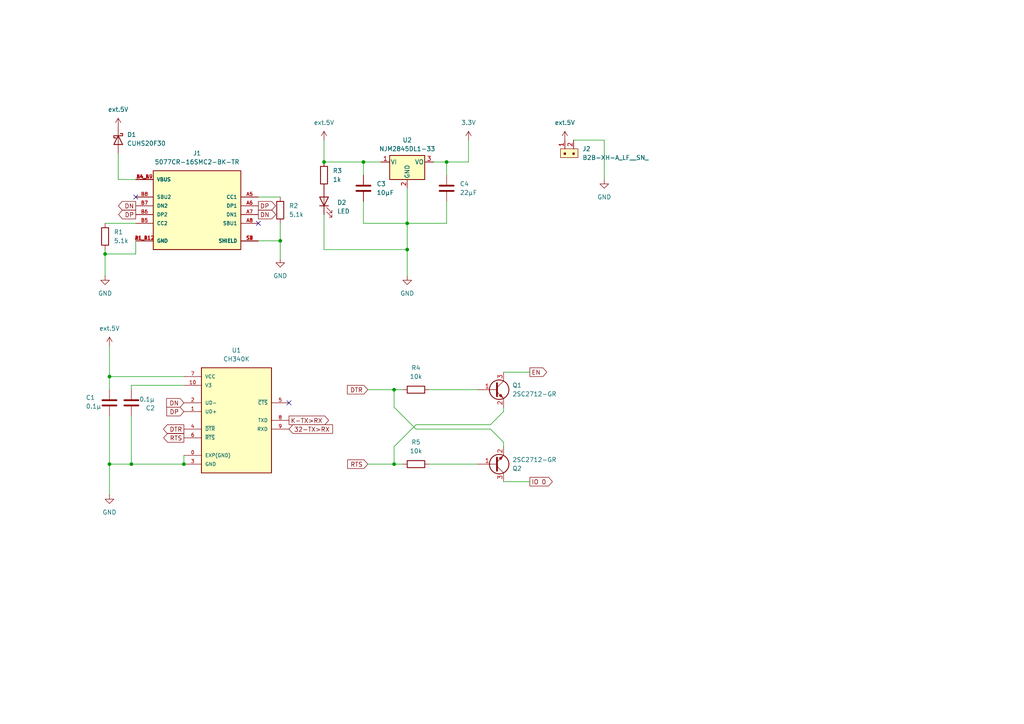
<source format=kicad_sch>
(kicad_sch
	(version 20231120)
	(generator "eeschema")
	(generator_version "8.0")
	(uuid "7e69b996-54ef-45fc-bdf6-e2220d89e9f3")
	(paper "A4")
	(lib_symbols
		(symbol "01.Main-IMU:5077CR-16SMC2-BK-TR"
			(pin_names
				(offset 1.016)
			)
			(exclude_from_sim no)
			(in_bom yes)
			(on_board yes)
			(property "Reference" "J"
				(at -12.7 10.922 0)
				(effects
					(font
						(size 1.27 1.27)
					)
					(justify left bottom)
				)
			)
			(property "Value" "5077CR-16SMC2-BK-TR"
				(at -12.7 -15.24 0)
				(effects
					(font
						(size 1.27 1.27)
					)
					(justify left bottom)
				)
			)
			(property "Footprint" "5077CR-16SMC2-BK-TR:NELTRON_5077CR-16SMC2-BK-TR"
				(at 0 0 0)
				(effects
					(font
						(size 1.27 1.27)
					)
					(justify bottom)
					(hide yes)
				)
			)
			(property "Datasheet" ""
				(at 0 0 0)
				(effects
					(font
						(size 1.27 1.27)
					)
					(hide yes)
				)
			)
			(property "Description" ""
				(at 0 0 0)
				(effects
					(font
						(size 1.27 1.27)
					)
					(hide yes)
				)
			)
			(property "MF" "Neltron"
				(at 0 0 0)
				(effects
					(font
						(size 1.27 1.27)
					)
					(justify bottom)
					(hide yes)
				)
			)
			(property "MAXIMUM_PACKAGE_HEIGHT" "3.26mm"
				(at 0 0 0)
				(effects
					(font
						(size 1.27 1.27)
					)
					(justify bottom)
					(hide yes)
				)
			)
			(property "Package" "Package"
				(at 0 0 0)
				(effects
					(font
						(size 1.27 1.27)
					)
					(justify bottom)
					(hide yes)
				)
			)
			(property "Price" "None"
				(at 0 0 0)
				(effects
					(font
						(size 1.27 1.27)
					)
					(justify bottom)
					(hide yes)
				)
			)
			(property "Check_prices" "https://www.snapeda.com/parts/5077CR-16SMC2-BK-TR/Neltron/view-part/?ref=eda"
				(at 0 0 0)
				(effects
					(font
						(size 1.27 1.27)
					)
					(justify bottom)
					(hide yes)
				)
			)
			(property "STANDARD" "Manufacturer Recommendations"
				(at 0 0 0)
				(effects
					(font
						(size 1.27 1.27)
					)
					(justify bottom)
					(hide yes)
				)
			)
			(property "PARTREV" "B"
				(at 0 0 0)
				(effects
					(font
						(size 1.27 1.27)
					)
					(justify bottom)
					(hide yes)
				)
			)
			(property "SnapEDA_Link" "https://www.snapeda.com/parts/5077CR-16SMC2-BK-TR/Neltron/view-part/?ref=snap"
				(at 0 0 0)
				(effects
					(font
						(size 1.27 1.27)
					)
					(justify bottom)
					(hide yes)
				)
			)
			(property "MP" "5077CR-16SMC2-BK-TR"
				(at 0 0 0)
				(effects
					(font
						(size 1.27 1.27)
					)
					(justify bottom)
					(hide yes)
				)
			)
			(property "Description_1" "\nUSB 3.1 C Type Female with Peg\n"
				(at 0 0 0)
				(effects
					(font
						(size 1.27 1.27)
					)
					(justify bottom)
					(hide yes)
				)
			)
			(property "MANUFACTURER" "Neltron"
				(at 0 0 0)
				(effects
					(font
						(size 1.27 1.27)
					)
					(justify bottom)
					(hide yes)
				)
			)
			(property "Availability" "Not in stock"
				(at 0 0 0)
				(effects
					(font
						(size 1.27 1.27)
					)
					(justify bottom)
					(hide yes)
				)
			)
			(property "SNAPEDA_PN" "5077CR-16SMC2-BK-TR"
				(at 0 0 0)
				(effects
					(font
						(size 1.27 1.27)
					)
					(justify bottom)
					(hide yes)
				)
			)
			(symbol "5077CR-16SMC2-BK-TR_0_0"
				(rectangle
					(start -12.7 -12.7)
					(end 12.7 10.16)
					(stroke
						(width 0.254)
						(type default)
					)
					(fill
						(type background)
					)
				)
				(pin power_in line
					(at 17.78 -10.16 180)
					(length 5.08)
					(name "GND"
						(effects
							(font
								(size 1.016 1.016)
							)
						)
					)
					(number "A1_B12"
						(effects
							(font
								(size 1.016 1.016)
							)
						)
					)
				)
				(pin power_in line
					(at 17.78 7.62 180)
					(length 5.08)
					(name "VBUS"
						(effects
							(font
								(size 1.016 1.016)
							)
						)
					)
					(number "A4_B9"
						(effects
							(font
								(size 1.016 1.016)
							)
						)
					)
				)
				(pin passive line
					(at -17.78 2.54 0)
					(length 5.08)
					(name "CC1"
						(effects
							(font
								(size 1.016 1.016)
							)
						)
					)
					(number "A5"
						(effects
							(font
								(size 1.016 1.016)
							)
						)
					)
				)
				(pin passive line
					(at -17.78 0 0)
					(length 5.08)
					(name "DP1"
						(effects
							(font
								(size 1.016 1.016)
							)
						)
					)
					(number "A6"
						(effects
							(font
								(size 1.016 1.016)
							)
						)
					)
				)
				(pin passive line
					(at -17.78 -2.54 0)
					(length 5.08)
					(name "DN1"
						(effects
							(font
								(size 1.016 1.016)
							)
						)
					)
					(number "A7"
						(effects
							(font
								(size 1.016 1.016)
							)
						)
					)
				)
				(pin passive line
					(at -17.78 -5.08 0)
					(length 5.08)
					(name "SBU1"
						(effects
							(font
								(size 1.016 1.016)
							)
						)
					)
					(number "A8"
						(effects
							(font
								(size 1.016 1.016)
							)
						)
					)
				)
				(pin power_in line
					(at 17.78 -10.16 180)
					(length 5.08)
					(name "GND"
						(effects
							(font
								(size 1.016 1.016)
							)
						)
					)
					(number "B1_A12"
						(effects
							(font
								(size 1.016 1.016)
							)
						)
					)
				)
				(pin power_in line
					(at 17.78 7.62 180)
					(length 5.08)
					(name "VBUS"
						(effects
							(font
								(size 1.016 1.016)
							)
						)
					)
					(number "B4_A9"
						(effects
							(font
								(size 1.016 1.016)
							)
						)
					)
				)
				(pin passive line
					(at 17.78 -5.08 180)
					(length 5.08)
					(name "CC2"
						(effects
							(font
								(size 1.016 1.016)
							)
						)
					)
					(number "B5"
						(effects
							(font
								(size 1.016 1.016)
							)
						)
					)
				)
				(pin passive line
					(at 17.78 -2.54 180)
					(length 5.08)
					(name "DP2"
						(effects
							(font
								(size 1.016 1.016)
							)
						)
					)
					(number "B6"
						(effects
							(font
								(size 1.016 1.016)
							)
						)
					)
				)
				(pin passive line
					(at 17.78 0 180)
					(length 5.08)
					(name "DN2"
						(effects
							(font
								(size 1.016 1.016)
							)
						)
					)
					(number "B7"
						(effects
							(font
								(size 1.016 1.016)
							)
						)
					)
				)
				(pin passive line
					(at 17.78 2.54 180)
					(length 5.08)
					(name "SBU2"
						(effects
							(font
								(size 1.016 1.016)
							)
						)
					)
					(number "B8"
						(effects
							(font
								(size 1.016 1.016)
							)
						)
					)
				)
				(pin passive line
					(at -17.78 -10.16 0)
					(length 5.08)
					(name "SHIELD"
						(effects
							(font
								(size 1.016 1.016)
							)
						)
					)
					(number "S1"
						(effects
							(font
								(size 1.016 1.016)
							)
						)
					)
				)
				(pin passive line
					(at -17.78 -10.16 0)
					(length 5.08)
					(name "SHIELD"
						(effects
							(font
								(size 1.016 1.016)
							)
						)
					)
					(number "S2"
						(effects
							(font
								(size 1.016 1.016)
							)
						)
					)
				)
				(pin passive line
					(at -17.78 -10.16 0)
					(length 5.08)
					(name "SHIELD"
						(effects
							(font
								(size 1.016 1.016)
							)
						)
					)
					(number "S3"
						(effects
							(font
								(size 1.016 1.016)
							)
						)
					)
				)
				(pin passive line
					(at -17.78 -10.16 0)
					(length 5.08)
					(name "SHIELD"
						(effects
							(font
								(size 1.016 1.016)
							)
						)
					)
					(number "S4"
						(effects
							(font
								(size 1.016 1.016)
							)
						)
					)
				)
			)
		)
		(symbol "01.Main-IMU:CH340K"
			(pin_names
				(offset 1.016)
			)
			(exclude_from_sim no)
			(in_bom yes)
			(on_board yes)
			(property "Reference" "U"
				(at -10.16 16.002 0)
				(effects
					(font
						(size 1.27 1.27)
					)
					(justify left bottom)
				)
			)
			(property "Value" "CH340K"
				(at -10.16 -17.78 0)
				(effects
					(font
						(size 1.27 1.27)
					)
					(justify left bottom)
				)
			)
			(property "Footprint" "CH340K:SOP100P600X160-11N"
				(at 0 0 0)
				(effects
					(font
						(size 1.27 1.27)
					)
					(justify bottom)
					(hide yes)
				)
			)
			(property "Datasheet" ""
				(at 0 0 0)
				(effects
					(font
						(size 1.27 1.27)
					)
					(hide yes)
				)
			)
			(property "Description" ""
				(at 0 0 0)
				(effects
					(font
						(size 1.27 1.27)
					)
					(hide yes)
				)
			)
			(property "MF" "WCH"
				(at 0 0 0)
				(effects
					(font
						(size 1.27 1.27)
					)
					(justify bottom)
					(hide yes)
				)
			)
			(property "MAXIMUM_PACKAGE_HEIGHT" "1.6mm"
				(at 0 0 0)
				(effects
					(font
						(size 1.27 1.27)
					)
					(justify bottom)
					(hide yes)
				)
			)
			(property "Package" "Package"
				(at 0 0 0)
				(effects
					(font
						(size 1.27 1.27)
					)
					(justify bottom)
					(hide yes)
				)
			)
			(property "Price" "None"
				(at 0 0 0)
				(effects
					(font
						(size 1.27 1.27)
					)
					(justify bottom)
					(hide yes)
				)
			)
			(property "Check_prices" "https://www.snapeda.com/parts/CH340K/WCH/view-part/?ref=eda"
				(at 0 0 0)
				(effects
					(font
						(size 1.27 1.27)
					)
					(justify bottom)
					(hide yes)
				)
			)
			(property "STANDARD" "IPC-7351B"
				(at 0 0 0)
				(effects
					(font
						(size 1.27 1.27)
					)
					(justify bottom)
					(hide yes)
				)
			)
			(property "PARTREV" "3B"
				(at 0 0 0)
				(effects
					(font
						(size 1.27 1.27)
					)
					(justify bottom)
					(hide yes)
				)
			)
			(property "SnapEDA_Link" "https://www.snapeda.com/parts/CH340K/WCH/view-part/?ref=snap"
				(at 0 0 0)
				(effects
					(font
						(size 1.27 1.27)
					)
					(justify bottom)
					(hide yes)
				)
			)
			(property "MP" "CH340K"
				(at 0 0 0)
				(effects
					(font
						(size 1.27 1.27)
					)
					(justify bottom)
					(hide yes)
				)
			)
			(property "Description_1" "\nUSB to Serial Port Chip\n"
				(at 0 0 0)
				(effects
					(font
						(size 1.27 1.27)
					)
					(justify bottom)
					(hide yes)
				)
			)
			(property "Availability" "Not in stock"
				(at 0 0 0)
				(effects
					(font
						(size 1.27 1.27)
					)
					(justify bottom)
					(hide yes)
				)
			)
			(property "MANUFACTURER" "WCH"
				(at 0 0 0)
				(effects
					(font
						(size 1.27 1.27)
					)
					(justify bottom)
					(hide yes)
				)
			)
			(symbol "CH340K_0_0"
				(rectangle
					(start -10.16 -15.24)
					(end 10.16 15.24)
					(stroke
						(width 0.254)
						(type default)
					)
					(fill
						(type background)
					)
				)
				(pin power_in line
					(at 15.24 -10.16 180)
					(length 5.08)
					(name "EXP(GND)"
						(effects
							(font
								(size 1.016 1.016)
							)
						)
					)
					(number "0"
						(effects
							(font
								(size 1.016 1.016)
							)
						)
					)
				)
				(pin bidirectional line
					(at 15.24 2.54 180)
					(length 5.08)
					(name "UD+"
						(effects
							(font
								(size 1.016 1.016)
							)
						)
					)
					(number "1"
						(effects
							(font
								(size 1.016 1.016)
							)
						)
					)
				)
				(pin power_in line
					(at 15.24 10.16 180)
					(length 5.08)
					(name "V3"
						(effects
							(font
								(size 1.016 1.016)
							)
						)
					)
					(number "10"
						(effects
							(font
								(size 1.016 1.016)
							)
						)
					)
				)
				(pin bidirectional line
					(at 15.24 5.08 180)
					(length 5.08)
					(name "UD-"
						(effects
							(font
								(size 1.016 1.016)
							)
						)
					)
					(number "2"
						(effects
							(font
								(size 1.016 1.016)
							)
						)
					)
				)
				(pin power_in line
					(at 15.24 -12.7 180)
					(length 5.08)
					(name "GND"
						(effects
							(font
								(size 1.016 1.016)
							)
						)
					)
					(number "3"
						(effects
							(font
								(size 1.016 1.016)
							)
						)
					)
				)
				(pin output line
					(at 15.24 -2.54 180)
					(length 5.08)
					(name "~{DTR}"
						(effects
							(font
								(size 1.016 1.016)
							)
						)
					)
					(number "4"
						(effects
							(font
								(size 1.016 1.016)
							)
						)
					)
				)
				(pin input line
					(at -15.24 5.08 0)
					(length 5.08)
					(name "~{CTS}"
						(effects
							(font
								(size 1.016 1.016)
							)
						)
					)
					(number "5"
						(effects
							(font
								(size 1.016 1.016)
							)
						)
					)
				)
				(pin output line
					(at 15.24 -5.08 180)
					(length 5.08)
					(name "~{RTS}"
						(effects
							(font
								(size 1.016 1.016)
							)
						)
					)
					(number "6"
						(effects
							(font
								(size 1.016 1.016)
							)
						)
					)
				)
				(pin power_in line
					(at 15.24 12.7 180)
					(length 5.08)
					(name "VCC"
						(effects
							(font
								(size 1.016 1.016)
							)
						)
					)
					(number "7"
						(effects
							(font
								(size 1.016 1.016)
							)
						)
					)
				)
				(pin output line
					(at -15.24 0 0)
					(length 5.08)
					(name "TXD"
						(effects
							(font
								(size 1.016 1.016)
							)
						)
					)
					(number "8"
						(effects
							(font
								(size 1.016 1.016)
							)
						)
					)
				)
				(pin input line
					(at -15.24 -2.54 0)
					(length 5.08)
					(name "RXD"
						(effects
							(font
								(size 1.016 1.016)
							)
						)
					)
					(number "9"
						(effects
							(font
								(size 1.016 1.016)
							)
						)
					)
				)
			)
		)
		(symbol "Device:D_Schottky"
			(pin_numbers hide)
			(pin_names
				(offset 1.016) hide)
			(exclude_from_sim no)
			(in_bom yes)
			(on_board yes)
			(property "Reference" "D"
				(at 0 2.54 0)
				(effects
					(font
						(size 1.27 1.27)
					)
				)
			)
			(property "Value" "D_Schottky"
				(at 0 -2.54 0)
				(effects
					(font
						(size 1.27 1.27)
					)
				)
			)
			(property "Footprint" ""
				(at 0 0 0)
				(effects
					(font
						(size 1.27 1.27)
					)
					(hide yes)
				)
			)
			(property "Datasheet" "~"
				(at 0 0 0)
				(effects
					(font
						(size 1.27 1.27)
					)
					(hide yes)
				)
			)
			(property "Description" "Schottky diode"
				(at 0 0 0)
				(effects
					(font
						(size 1.27 1.27)
					)
					(hide yes)
				)
			)
			(property "ki_keywords" "diode Schottky"
				(at 0 0 0)
				(effects
					(font
						(size 1.27 1.27)
					)
					(hide yes)
				)
			)
			(property "ki_fp_filters" "TO-???* *_Diode_* *SingleDiode* D_*"
				(at 0 0 0)
				(effects
					(font
						(size 1.27 1.27)
					)
					(hide yes)
				)
			)
			(symbol "D_Schottky_0_1"
				(polyline
					(pts
						(xy 1.27 0) (xy -1.27 0)
					)
					(stroke
						(width 0)
						(type default)
					)
					(fill
						(type none)
					)
				)
				(polyline
					(pts
						(xy 1.27 1.27) (xy 1.27 -1.27) (xy -1.27 0) (xy 1.27 1.27)
					)
					(stroke
						(width 0.254)
						(type default)
					)
					(fill
						(type none)
					)
				)
				(polyline
					(pts
						(xy -1.905 0.635) (xy -1.905 1.27) (xy -1.27 1.27) (xy -1.27 -1.27) (xy -0.635 -1.27) (xy -0.635 -0.635)
					)
					(stroke
						(width 0.254)
						(type default)
					)
					(fill
						(type none)
					)
				)
			)
			(symbol "D_Schottky_1_1"
				(pin passive line
					(at -3.81 0 0)
					(length 2.54)
					(name "K"
						(effects
							(font
								(size 1.27 1.27)
							)
						)
					)
					(number "1"
						(effects
							(font
								(size 1.27 1.27)
							)
						)
					)
				)
				(pin passive line
					(at 3.81 0 180)
					(length 2.54)
					(name "A"
						(effects
							(font
								(size 1.27 1.27)
							)
						)
					)
					(number "2"
						(effects
							(font
								(size 1.27 1.27)
							)
						)
					)
				)
			)
		)
		(symbol "Device:R"
			(pin_numbers hide)
			(pin_names
				(offset 0)
			)
			(exclude_from_sim no)
			(in_bom yes)
			(on_board yes)
			(property "Reference" "R"
				(at 2.032 0 90)
				(effects
					(font
						(size 1.27 1.27)
					)
				)
			)
			(property "Value" "R"
				(at 0 0 90)
				(effects
					(font
						(size 1.27 1.27)
					)
				)
			)
			(property "Footprint" ""
				(at -1.778 0 90)
				(effects
					(font
						(size 1.27 1.27)
					)
					(hide yes)
				)
			)
			(property "Datasheet" "~"
				(at 0 0 0)
				(effects
					(font
						(size 1.27 1.27)
					)
					(hide yes)
				)
			)
			(property "Description" "Resistor"
				(at 0 0 0)
				(effects
					(font
						(size 1.27 1.27)
					)
					(hide yes)
				)
			)
			(property "ki_keywords" "R res resistor"
				(at 0 0 0)
				(effects
					(font
						(size 1.27 1.27)
					)
					(hide yes)
				)
			)
			(property "ki_fp_filters" "R_*"
				(at 0 0 0)
				(effects
					(font
						(size 1.27 1.27)
					)
					(hide yes)
				)
			)
			(symbol "R_0_1"
				(rectangle
					(start -1.016 -2.54)
					(end 1.016 2.54)
					(stroke
						(width 0.254)
						(type default)
					)
					(fill
						(type none)
					)
				)
			)
			(symbol "R_1_1"
				(pin passive line
					(at 0 3.81 270)
					(length 1.27)
					(name "~"
						(effects
							(font
								(size 1.27 1.27)
							)
						)
					)
					(number "1"
						(effects
							(font
								(size 1.27 1.27)
							)
						)
					)
				)
				(pin passive line
					(at 0 -3.81 90)
					(length 1.27)
					(name "~"
						(effects
							(font
								(size 1.27 1.27)
							)
						)
					)
					(number "2"
						(effects
							(font
								(size 1.27 1.27)
							)
						)
					)
				)
			)
		)
		(symbol "Regulator_Linear:AZ1084-3.3"
			(pin_names
				(offset 0.254)
			)
			(exclude_from_sim no)
			(in_bom yes)
			(on_board yes)
			(property "Reference" "U2"
				(at 0 6.35 0)
				(effects
					(font
						(size 1.27 1.27)
					)
				)
			)
			(property "Value" "NJM2845DL1-33"
				(at 0 3.81 0)
				(effects
					(font
						(size 1.27 1.27)
					)
				)
			)
			(property "Footprint" ""
				(at 0 6.35 0)
				(effects
					(font
						(size 1.27 1.27)
						(italic yes)
					)
					(hide yes)
				)
			)
			(property "Datasheet" "https://www.diodes.com/assets/Datasheets/AZ1084.pdf"
				(at 0 0 0)
				(effects
					(font
						(size 1.27 1.27)
					)
					(hide yes)
				)
			)
			(property "Description" "5A 12V Fixed LDO Linear Regulator, 1.5V, TO-220/TO-252/TO-263"
				(at 0 0 0)
				(effects
					(font
						(size 1.27 1.27)
					)
					(hide yes)
				)
			)
			(property "ki_keywords" "Fixed Voltage Regulator 5A Positive LDO"
				(at 0 0 0)
				(effects
					(font
						(size 1.27 1.27)
					)
					(hide yes)
				)
			)
			(property "ki_fp_filters" "TO?220* TO?252* TO?263*"
				(at 0 0 0)
				(effects
					(font
						(size 1.27 1.27)
					)
					(hide yes)
				)
			)
			(symbol "AZ1084-3.3_0_1"
				(rectangle
					(start -5.08 1.905)
					(end 5.08 -5.08)
					(stroke
						(width 0.254)
						(type default)
					)
					(fill
						(type background)
					)
				)
			)
			(symbol "AZ1084-3.3_1_1"
				(pin power_in line
					(at -7.62 0 0)
					(length 2.54)
					(name "VI"
						(effects
							(font
								(size 1.27 1.27)
							)
						)
					)
					(number "1"
						(effects
							(font
								(size 1.27 1.27)
							)
						)
					)
				)
				(pin power_in line
					(at 0 -7.62 90)
					(length 2.54)
					(name "GND"
						(effects
							(font
								(size 1.27 1.27)
							)
						)
					)
					(number "2"
						(effects
							(font
								(size 1.27 1.27)
							)
						)
					)
				)
				(pin power_out line
					(at 7.62 0 180)
					(length 2.54)
					(name "VO"
						(effects
							(font
								(size 1.27 1.27)
							)
						)
					)
					(number "3"
						(effects
							(font
								(size 1.27 1.27)
							)
						)
					)
				)
			)
		)
		(symbol "SparkFun-Capacitor:C"
			(pin_numbers hide)
			(pin_names
				(offset 0.254)
			)
			(exclude_from_sim no)
			(in_bom yes)
			(on_board yes)
			(property "Reference" "C"
				(at 0.635 2.54 0)
				(effects
					(font
						(size 1.27 1.27)
					)
					(justify left)
				)
			)
			(property "Value" "C"
				(at 0.635 -2.54 0)
				(effects
					(font
						(size 1.27 1.27)
					)
					(justify left)
				)
			)
			(property "Footprint" "SparkFun-Capacitor:C_0603_1608Metric"
				(at 0.9652 -11.43 0)
				(effects
					(font
						(size 1.27 1.27)
					)
					(hide yes)
				)
			)
			(property "Datasheet" "https://cdn.sparkfun.com/assets/8/a/4/a/5/Kemet_Capacitor_Datasheet.pdf"
				(at 1.27 -16.51 0)
				(effects
					(font
						(size 1.27 1.27)
					)
					(hide yes)
				)
			)
			(property "Description" "Unpolarized capacitor"
				(at 0 0 0)
				(effects
					(font
						(size 1.27 1.27)
					)
					(hide yes)
				)
			)
			(property "PROD_ID" "CAP-00000"
				(at 0 -13.97 0)
				(effects
					(font
						(size 1.27 1.27)
					)
					(hide yes)
				)
			)
			(property "Voltage" "1kV"
				(at 0 -6.35 0)
				(effects
					(font
						(size 1.27 1.27)
					)
				)
			)
			(property "Tolerance" "100%"
				(at 0 -8.89 0)
				(effects
					(font
						(size 1.27 1.27)
					)
				)
			)
			(property "ki_keywords" "cap capacitor"
				(at 0 0 0)
				(effects
					(font
						(size 1.27 1.27)
					)
					(hide yes)
				)
			)
			(property "ki_fp_filters" "C_*"
				(at 0 0 0)
				(effects
					(font
						(size 1.27 1.27)
					)
					(hide yes)
				)
			)
			(symbol "C_0_1"
				(polyline
					(pts
						(xy -2.032 -0.762) (xy 2.032 -0.762)
					)
					(stroke
						(width 0.508)
						(type default)
					)
					(fill
						(type none)
					)
				)
				(polyline
					(pts
						(xy -2.032 0.762) (xy 2.032 0.762)
					)
					(stroke
						(width 0.508)
						(type default)
					)
					(fill
						(type none)
					)
				)
			)
			(symbol "C_1_1"
				(pin passive line
					(at 0 3.81 270)
					(length 2.794)
					(name "~"
						(effects
							(font
								(size 1.27 1.27)
							)
						)
					)
					(number "1"
						(effects
							(font
								(size 1.27 1.27)
							)
						)
					)
				)
				(pin passive line
					(at 0 -3.81 90)
					(length 2.794)
					(name "~"
						(effects
							(font
								(size 1.27 1.27)
							)
						)
					)
					(number "2"
						(effects
							(font
								(size 1.27 1.27)
							)
						)
					)
				)
			)
		)
		(symbol "SparkFun-LED:LED"
			(pin_numbers hide)
			(pin_names
				(offset 1.016) hide)
			(exclude_from_sim no)
			(in_bom yes)
			(on_board yes)
			(property "Reference" "D"
				(at 0 2.54 0)
				(effects
					(font
						(size 1.27 1.27)
					)
				)
			)
			(property "Value" "LED"
				(at 0 -2.54 0)
				(effects
					(font
						(size 1.27 1.27)
					)
				)
			)
			(property "Footprint" "SparkFun-LED:LED_0603_1608Metric"
				(at 0 -5.08 0)
				(effects
					(font
						(size 1.27 1.27)
					)
					(hide yes)
				)
			)
			(property "Datasheet" "~"
				(at 0 0 0)
				(effects
					(font
						(size 1.27 1.27)
					)
					(hide yes)
				)
			)
			(property "Description" "Light emitting diode"
				(at 0 0 0)
				(effects
					(font
						(size 1.27 1.27)
					)
					(hide yes)
				)
			)
			(property "PROD_ID" ""
				(at 0 0 0)
				(effects
					(font
						(size 1.27 1.27)
					)
					(hide yes)
				)
			)
			(property "ki_keywords" "LED diode"
				(at 0 0 0)
				(effects
					(font
						(size 1.27 1.27)
					)
					(hide yes)
				)
			)
			(property "ki_fp_filters" "LED* LED_SMD:* LED_THT:*"
				(at 0 0 0)
				(effects
					(font
						(size 1.27 1.27)
					)
					(hide yes)
				)
			)
			(symbol "LED_0_1"
				(polyline
					(pts
						(xy -1.27 -1.27) (xy -1.27 1.27)
					)
					(stroke
						(width 0.254)
						(type default)
					)
					(fill
						(type none)
					)
				)
				(polyline
					(pts
						(xy -1.27 0) (xy 1.27 0)
					)
					(stroke
						(width 0)
						(type default)
					)
					(fill
						(type none)
					)
				)
				(polyline
					(pts
						(xy 1.27 -1.27) (xy 1.27 1.27) (xy -1.27 0) (xy 1.27 -1.27)
					)
					(stroke
						(width 0.254)
						(type default)
					)
					(fill
						(type none)
					)
				)
				(polyline
					(pts
						(xy -3.048 -0.762) (xy -4.572 -2.286) (xy -3.81 -2.286) (xy -4.572 -2.286) (xy -4.572 -1.524)
					)
					(stroke
						(width 0)
						(type default)
					)
					(fill
						(type none)
					)
				)
				(polyline
					(pts
						(xy -1.778 -0.762) (xy -3.302 -2.286) (xy -2.54 -2.286) (xy -3.302 -2.286) (xy -3.302 -1.524)
					)
					(stroke
						(width 0)
						(type default)
					)
					(fill
						(type none)
					)
				)
			)
			(symbol "LED_1_1"
				(pin passive line
					(at -3.81 0 0)
					(length 2.54)
					(name "K"
						(effects
							(font
								(size 1.27 1.27)
							)
						)
					)
					(number "1"
						(effects
							(font
								(size 1.27 1.27)
							)
						)
					)
				)
				(pin passive line
					(at 3.81 0 180)
					(length 2.54)
					(name "A"
						(effects
							(font
								(size 1.27 1.27)
							)
						)
					)
					(number "2"
						(effects
							(font
								(size 1.27 1.27)
							)
						)
					)
				)
			)
		)
		(symbol "SparkFun-PowerSymbol:3.3V"
			(power)
			(pin_names
				(offset 0)
			)
			(exclude_from_sim no)
			(in_bom yes)
			(on_board yes)
			(property "Reference" "#PWR"
				(at 0 -3.81 0)
				(effects
					(font
						(size 1.27 1.27)
					)
					(hide yes)
				)
			)
			(property "Value" "3.3V"
				(at 0 3.556 0)
				(effects
					(font
						(size 1.27 1.27)
					)
				)
			)
			(property "Footprint" ""
				(at 0 0 0)
				(effects
					(font
						(size 1.27 1.27)
					)
					(hide yes)
				)
			)
			(property "Datasheet" ""
				(at 0 0 0)
				(effects
					(font
						(size 1.27 1.27)
					)
					(hide yes)
				)
			)
			(property "Description" "Power symbol creates a global label with name \"3.3V\""
				(at 0 0 0)
				(effects
					(font
						(size 1.27 1.27)
					)
					(hide yes)
				)
			)
			(property "ki_keywords" "global power"
				(at 0 0 0)
				(effects
					(font
						(size 1.27 1.27)
					)
					(hide yes)
				)
			)
			(symbol "3.3V_0_1"
				(polyline
					(pts
						(xy -0.762 1.27) (xy 0 2.54)
					)
					(stroke
						(width 0)
						(type default)
					)
					(fill
						(type none)
					)
				)
				(polyline
					(pts
						(xy 0 0) (xy 0 2.54)
					)
					(stroke
						(width 0)
						(type default)
					)
					(fill
						(type none)
					)
				)
				(polyline
					(pts
						(xy 0 2.54) (xy 0.762 1.27)
					)
					(stroke
						(width 0)
						(type default)
					)
					(fill
						(type none)
					)
				)
			)
			(symbol "3.3V_1_1"
				(pin power_in line
					(at 0 0 90)
					(length 0) hide
					(name "3.3V"
						(effects
							(font
								(size 1.27 1.27)
							)
						)
					)
					(number "1"
						(effects
							(font
								(size 1.27 1.27)
							)
						)
					)
				)
			)
		)
		(symbol "SparkFun-PowerSymbol:5V"
			(power)
			(pin_names
				(offset 0)
			)
			(exclude_from_sim no)
			(in_bom yes)
			(on_board yes)
			(property "Reference" "#PWR"
				(at 0 -3.81 0)
				(effects
					(font
						(size 1.27 1.27)
					)
					(hide yes)
				)
			)
			(property "Value" "5V"
				(at 0 3.556 0)
				(effects
					(font
						(size 1.27 1.27)
					)
				)
			)
			(property "Footprint" ""
				(at 0 0 0)
				(effects
					(font
						(size 1.27 1.27)
					)
					(hide yes)
				)
			)
			(property "Datasheet" ""
				(at 0 0 0)
				(effects
					(font
						(size 1.27 1.27)
					)
					(hide yes)
				)
			)
			(property "Description" "Power symbol creates a global label with name \"5V\""
				(at 0 0 0)
				(effects
					(font
						(size 1.27 1.27)
					)
					(hide yes)
				)
			)
			(property "ki_keywords" "global power"
				(at 0 0 0)
				(effects
					(font
						(size 1.27 1.27)
					)
					(hide yes)
				)
			)
			(symbol "5V_0_1"
				(polyline
					(pts
						(xy -0.762 1.27) (xy 0 2.54)
					)
					(stroke
						(width 0)
						(type default)
					)
					(fill
						(type none)
					)
				)
				(polyline
					(pts
						(xy 0 0) (xy 0 2.54)
					)
					(stroke
						(width 0)
						(type default)
					)
					(fill
						(type none)
					)
				)
				(polyline
					(pts
						(xy 0 2.54) (xy 0.762 1.27)
					)
					(stroke
						(width 0)
						(type default)
					)
					(fill
						(type none)
					)
				)
			)
			(symbol "5V_1_1"
				(pin power_in line
					(at 0 0 90)
					(length 0) hide
					(name "5V"
						(effects
							(font
								(size 1.27 1.27)
							)
						)
					)
					(number "1"
						(effects
							(font
								(size 1.27 1.27)
							)
						)
					)
				)
			)
		)
		(symbol "Transistor_BJT:2SC4213"
			(pin_names
				(offset 0) hide)
			(exclude_from_sim no)
			(in_bom yes)
			(on_board yes)
			(property "Reference" "Q"
				(at 5.08 1.905 0)
				(effects
					(font
						(size 1.27 1.27)
					)
					(justify left)
				)
			)
			(property "Value" "2SC4213"
				(at 5.08 0 0)
				(effects
					(font
						(size 1.27 1.27)
					)
					(justify left)
				)
			)
			(property "Footprint" "Package_TO_SOT_SMD:SOT-323_SC-70"
				(at 5.08 -1.905 0)
				(effects
					(font
						(size 1.27 1.27)
						(italic yes)
					)
					(justify left)
					(hide yes)
				)
			)
			(property "Datasheet" "https://toshiba.semicon-storage.com/info/docget.jsp?did=19305&prodName=2SC4213"
				(at 0 0 0)
				(effects
					(font
						(size 1.27 1.27)
					)
					(justify left)
					(hide yes)
				)
			)
			(property "Description" "0.3A Ic, 20V Vce, NPN Transistor, For Muting and Switching, SOT-323"
				(at 0 0 0)
				(effects
					(font
						(size 1.27 1.27)
					)
					(hide yes)
				)
			)
			(property "ki_keywords" "NPN Transistor"
				(at 0 0 0)
				(effects
					(font
						(size 1.27 1.27)
					)
					(hide yes)
				)
			)
			(property "ki_fp_filters" "SOT?323*"
				(at 0 0 0)
				(effects
					(font
						(size 1.27 1.27)
					)
					(hide yes)
				)
			)
			(symbol "2SC4213_0_1"
				(polyline
					(pts
						(xy 0.635 0.635) (xy 2.54 2.54)
					)
					(stroke
						(width 0)
						(type default)
					)
					(fill
						(type none)
					)
				)
				(polyline
					(pts
						(xy 0.635 -0.635) (xy 2.54 -2.54) (xy 2.54 -2.54)
					)
					(stroke
						(width 0)
						(type default)
					)
					(fill
						(type none)
					)
				)
				(polyline
					(pts
						(xy 0.635 1.905) (xy 0.635 -1.905) (xy 0.635 -1.905)
					)
					(stroke
						(width 0.508)
						(type default)
					)
					(fill
						(type none)
					)
				)
				(polyline
					(pts
						(xy 1.27 -1.778) (xy 1.778 -1.27) (xy 2.286 -2.286) (xy 1.27 -1.778) (xy 1.27 -1.778)
					)
					(stroke
						(width 0)
						(type default)
					)
					(fill
						(type outline)
					)
				)
				(circle
					(center 1.27 0)
					(radius 2.8194)
					(stroke
						(width 0.254)
						(type default)
					)
					(fill
						(type none)
					)
				)
			)
			(symbol "2SC4213_1_1"
				(pin input line
					(at -5.08 0 0)
					(length 5.715)
					(name "B"
						(effects
							(font
								(size 1.27 1.27)
							)
						)
					)
					(number "1"
						(effects
							(font
								(size 1.27 1.27)
							)
						)
					)
				)
				(pin passive line
					(at 2.54 -5.08 90)
					(length 2.54)
					(name "E"
						(effects
							(font
								(size 1.27 1.27)
							)
						)
					)
					(number "2"
						(effects
							(font
								(size 1.27 1.27)
							)
						)
					)
				)
				(pin passive line
					(at 2.54 5.08 270)
					(length 2.54)
					(name "C"
						(effects
							(font
								(size 1.27 1.27)
							)
						)
					)
					(number "3"
						(effects
							(font
								(size 1.27 1.27)
							)
						)
					)
				)
			)
		)
		(symbol "dk_Rectangular-Connectors-Headers-Male-Pins:B2B-XH-A_LF__SN_"
			(pin_names
				(offset 1.016)
			)
			(exclude_from_sim no)
			(in_bom yes)
			(on_board yes)
			(property "Reference" "J"
				(at -2.54 -1.27 0)
				(effects
					(font
						(size 1.27 1.27)
					)
					(justify right)
				)
			)
			(property "Value" "B2B-XH-A_LF__SN_"
				(at 1.27 -3.81 0)
				(effects
					(font
						(size 1.27 1.27)
					)
				)
			)
			(property "Footprint" "digikey-footprints:PinHeader_1x2_P2.5mm_Drill1.1mm"
				(at 5.08 5.08 0)
				(effects
					(font
						(size 1.524 1.524)
					)
					(justify left)
					(hide yes)
				)
			)
			(property "Datasheet" "http://www.jst-mfg.com/product/pdf/eng/eXH.pdf"
				(at 5.08 7.62 0)
				(effects
					(font
						(size 1.524 1.524)
					)
					(justify left)
					(hide yes)
				)
			)
			(property "Description" "CONN HEADER VERT 2POS 2.5MM"
				(at 5.08 25.4 0)
				(effects
					(font
						(size 1.524 1.524)
					)
					(justify left)
					(hide yes)
				)
			)
			(property "Digi-Key_PN" "455-2247-ND"
				(at 5.08 10.16 0)
				(effects
					(font
						(size 1.524 1.524)
					)
					(justify left)
					(hide yes)
				)
			)
			(property "MPN" "B2B-XH-A(LF)(SN)"
				(at 5.08 12.7 0)
				(effects
					(font
						(size 1.524 1.524)
					)
					(justify left)
					(hide yes)
				)
			)
			(property "Category" "Connectors, Interconnects"
				(at 5.08 15.24 0)
				(effects
					(font
						(size 1.524 1.524)
					)
					(justify left)
					(hide yes)
				)
			)
			(property "Family" "Rectangular Connectors - Headers, Male Pins"
				(at 5.08 17.78 0)
				(effects
					(font
						(size 1.524 1.524)
					)
					(justify left)
					(hide yes)
				)
			)
			(property "DK_Datasheet_Link" "http://www.jst-mfg.com/product/pdf/eng/eXH.pdf"
				(at 5.08 20.32 0)
				(effects
					(font
						(size 1.524 1.524)
					)
					(justify left)
					(hide yes)
				)
			)
			(property "DK_Detail_Page" "/product-detail/en/jst-sales-america-inc/B2B-XH-A(LF)(SN)/455-2247-ND/1651045"
				(at 5.08 22.86 0)
				(effects
					(font
						(size 1.524 1.524)
					)
					(justify left)
					(hide yes)
				)
			)
			(property "Manufacturer" "JST Sales America Inc."
				(at 5.08 27.94 0)
				(effects
					(font
						(size 1.524 1.524)
					)
					(justify left)
					(hide yes)
				)
			)
			(property "Status" "Active"
				(at 5.08 30.48 0)
				(effects
					(font
						(size 1.524 1.524)
					)
					(justify left)
					(hide yes)
				)
			)
			(property "ki_keywords" "455-2247-ND XH"
				(at 0 0 0)
				(effects
					(font
						(size 1.27 1.27)
					)
					(hide yes)
				)
			)
			(symbol "B2B-XH-A_LF__SN__1_1"
				(rectangle
					(start -1.27 0)
					(end 3.81 -2.54)
					(stroke
						(width 0)
						(type solid)
					)
					(fill
						(type background)
					)
				)
				(rectangle
					(start -0.254 -1.143)
					(end 0.254 -1.651)
					(stroke
						(width 0)
						(type solid)
					)
					(fill
						(type outline)
					)
				)
				(rectangle
					(start 2.286 -1.143)
					(end 2.794 -1.651)
					(stroke
						(width 0)
						(type solid)
					)
					(fill
						(type outline)
					)
				)
				(pin passive line
					(at 0 2.54 270)
					(length 2.54)
					(name "~"
						(effects
							(font
								(size 1.27 1.27)
							)
						)
					)
					(number "1"
						(effects
							(font
								(size 1.27 1.27)
							)
						)
					)
				)
				(pin passive line
					(at 2.54 2.54 270)
					(length 2.54)
					(name "~"
						(effects
							(font
								(size 1.27 1.27)
							)
						)
					)
					(number "2"
						(effects
							(font
								(size 1.27 1.27)
							)
						)
					)
				)
			)
		)
		(symbol "power:GND"
			(power)
			(pin_numbers hide)
			(pin_names
				(offset 0) hide)
			(exclude_from_sim no)
			(in_bom yes)
			(on_board yes)
			(property "Reference" "#PWR"
				(at 0 -6.35 0)
				(effects
					(font
						(size 1.27 1.27)
					)
					(hide yes)
				)
			)
			(property "Value" "GND"
				(at 0 -3.81 0)
				(effects
					(font
						(size 1.27 1.27)
					)
				)
			)
			(property "Footprint" ""
				(at 0 0 0)
				(effects
					(font
						(size 1.27 1.27)
					)
					(hide yes)
				)
			)
			(property "Datasheet" ""
				(at 0 0 0)
				(effects
					(font
						(size 1.27 1.27)
					)
					(hide yes)
				)
			)
			(property "Description" "Power symbol creates a global label with name \"GND\" , ground"
				(at 0 0 0)
				(effects
					(font
						(size 1.27 1.27)
					)
					(hide yes)
				)
			)
			(property "ki_keywords" "global power"
				(at 0 0 0)
				(effects
					(font
						(size 1.27 1.27)
					)
					(hide yes)
				)
			)
			(symbol "GND_0_1"
				(polyline
					(pts
						(xy 0 0) (xy 0 -1.27) (xy 1.27 -1.27) (xy 0 -2.54) (xy -1.27 -1.27) (xy 0 -1.27)
					)
					(stroke
						(width 0)
						(type default)
					)
					(fill
						(type none)
					)
				)
			)
			(symbol "GND_1_1"
				(pin power_in line
					(at 0 0 270)
					(length 0)
					(name "~"
						(effects
							(font
								(size 1.27 1.27)
							)
						)
					)
					(number "1"
						(effects
							(font
								(size 1.27 1.27)
							)
						)
					)
				)
			)
		)
	)
	(junction
		(at 81.28 69.85)
		(diameter 0)
		(color 0 0 0 0)
		(uuid "17a29436-d68c-4428-a1c9-78fd00a49b65")
	)
	(junction
		(at 129.54 46.99)
		(diameter 0)
		(color 0 0 0 0)
		(uuid "5d468333-8632-4e26-81d8-64848d762366")
	)
	(junction
		(at 31.75 134.62)
		(diameter 0)
		(color 0 0 0 0)
		(uuid "7f029989-df62-418d-b11e-89724f8e7fd9")
	)
	(junction
		(at 30.48 73.66)
		(diameter 0)
		(color 0 0 0 0)
		(uuid "7f6c8c6f-aa4b-4c06-a10d-d0c5a9f01d16")
	)
	(junction
		(at 105.41 46.99)
		(diameter 0)
		(color 0 0 0 0)
		(uuid "83d289a3-8426-46fb-a146-68ba56682472")
	)
	(junction
		(at 53.34 134.62)
		(diameter 0)
		(color 0 0 0 0)
		(uuid "88d41009-1ff1-452e-9684-f0a25c037482")
	)
	(junction
		(at 114.3 134.62)
		(diameter 0)
		(color 0 0 0 0)
		(uuid "95eafb96-2e4d-4d4a-948a-04a6982a6c11")
	)
	(junction
		(at 118.11 64.77)
		(diameter 0)
		(color 0 0 0 0)
		(uuid "a02ab26d-649b-45a8-85d0-f8264a4923da")
	)
	(junction
		(at 114.3 113.03)
		(diameter 0)
		(color 0 0 0 0)
		(uuid "a02ccb35-9d5c-4b78-836a-691497538fa3")
	)
	(junction
		(at 38.1 134.62)
		(diameter 0)
		(color 0 0 0 0)
		(uuid "b75e3f02-c6bd-4a5f-86ce-da61e206c3cd")
	)
	(junction
		(at 31.75 109.22)
		(diameter 0)
		(color 0 0 0 0)
		(uuid "b8a0d1d5-49b0-424f-836d-264654431c58")
	)
	(junction
		(at 118.11 72.39)
		(diameter 0)
		(color 0 0 0 0)
		(uuid "ddbff347-df92-48dc-970a-d6f039802583")
	)
	(junction
		(at 93.98 46.99)
		(diameter 0)
		(color 0 0 0 0)
		(uuid "ee239bf4-5fe9-43e7-ad91-86c44f9c623e")
	)
	(no_connect
		(at 74.93 64.77)
		(uuid "369eb573-62bd-41c9-b5ec-4b2347cfb2a9")
	)
	(no_connect
		(at 83.82 116.84)
		(uuid "5d439069-2445-4760-ab6f-46f0c227539a")
	)
	(no_connect
		(at 39.37 57.15)
		(uuid "5d45f3ee-05bb-492f-97b4-a2cc38f13723")
	)
	(wire
		(pts
			(xy 106.68 134.62) (xy 114.3 134.62)
		)
		(stroke
			(width 0)
			(type default)
		)
		(uuid "0374eddb-50c7-47c9-8c94-1a86cc41f2d2")
	)
	(wire
		(pts
			(xy 120.65 124.46) (xy 142.24 124.46)
		)
		(stroke
			(width 0)
			(type default)
		)
		(uuid "046ff29c-2629-44ae-bd8e-50cabc0bcfd6")
	)
	(wire
		(pts
			(xy 53.34 109.22) (xy 31.75 109.22)
		)
		(stroke
			(width 0)
			(type default)
		)
		(uuid "112bb849-abf5-4da4-a1c1-ed43e1514049")
	)
	(wire
		(pts
			(xy 31.75 134.62) (xy 31.75 143.51)
		)
		(stroke
			(width 0)
			(type default)
		)
		(uuid "16cbe41c-73c3-4233-b078-5554e22f025d")
	)
	(wire
		(pts
			(xy 31.75 100.33) (xy 31.75 109.22)
		)
		(stroke
			(width 0)
			(type default)
		)
		(uuid "19a8bdb8-fd11-4dcb-aa31-93420319ff9d")
	)
	(wire
		(pts
			(xy 93.98 46.99) (xy 105.41 46.99)
		)
		(stroke
			(width 0)
			(type default)
		)
		(uuid "1a31fb8d-d86c-4b20-ab7a-95c14919789d")
	)
	(wire
		(pts
			(xy 34.29 52.07) (xy 39.37 52.07)
		)
		(stroke
			(width 0)
			(type default)
		)
		(uuid "256d7a9f-26ea-4ae4-be22-4efc71f81746")
	)
	(wire
		(pts
			(xy 146.05 128.27) (xy 142.24 124.46)
		)
		(stroke
			(width 0)
			(type default)
		)
		(uuid "26481323-304a-4077-b5df-611b14d0f6a3")
	)
	(wire
		(pts
			(xy 38.1 120.65) (xy 38.1 134.62)
		)
		(stroke
			(width 0)
			(type default)
		)
		(uuid "2892440c-9e5d-4f64-ab38-0d776c5d8bcb")
	)
	(wire
		(pts
			(xy 38.1 111.76) (xy 38.1 113.03)
		)
		(stroke
			(width 0)
			(type default)
		)
		(uuid "2b624605-7cc0-4113-87e0-a958b3c774e8")
	)
	(wire
		(pts
			(xy 124.46 134.62) (xy 138.43 134.62)
		)
		(stroke
			(width 0)
			(type default)
		)
		(uuid "2bf2e28c-3ca2-4e8f-9630-0e0437ab07aa")
	)
	(wire
		(pts
			(xy 146.05 119.38) (xy 142.24 123.19)
		)
		(stroke
			(width 0)
			(type default)
		)
		(uuid "3492cba2-d061-4a88-904f-691a4d0fd8f1")
	)
	(wire
		(pts
			(xy 146.05 129.54) (xy 146.05 128.27)
		)
		(stroke
			(width 0)
			(type default)
		)
		(uuid "35bf7ee3-b4cc-4c51-902d-0893532352f6")
	)
	(wire
		(pts
			(xy 105.41 64.77) (xy 118.11 64.77)
		)
		(stroke
			(width 0)
			(type default)
		)
		(uuid "368f5e97-6c38-4c90-86a3-957c1a3b8e26")
	)
	(wire
		(pts
			(xy 114.3 129.54) (xy 114.3 134.62)
		)
		(stroke
			(width 0)
			(type default)
		)
		(uuid "397a57f3-ddb1-46de-8d1b-6758e1cc7aad")
	)
	(wire
		(pts
			(xy 118.11 64.77) (xy 118.11 72.39)
		)
		(stroke
			(width 0)
			(type default)
		)
		(uuid "3dc86d67-2b13-4853-9764-a662a4a1d560")
	)
	(wire
		(pts
			(xy 129.54 46.99) (xy 129.54 50.8)
		)
		(stroke
			(width 0)
			(type default)
		)
		(uuid "4556159f-429f-471a-81e8-a2891359efc7")
	)
	(wire
		(pts
			(xy 30.48 64.77) (xy 39.37 64.77)
		)
		(stroke
			(width 0)
			(type default)
		)
		(uuid "4b0713a9-c41e-46d6-962b-0275603eff90")
	)
	(wire
		(pts
			(xy 31.75 113.03) (xy 31.75 109.22)
		)
		(stroke
			(width 0)
			(type default)
		)
		(uuid "4e0465a9-b9a7-4101-9b98-701ee99562fa")
	)
	(wire
		(pts
			(xy 93.98 40.64) (xy 93.98 46.99)
		)
		(stroke
			(width 0)
			(type default)
		)
		(uuid "626ecf8f-0f45-4741-a894-859a2e59286a")
	)
	(wire
		(pts
			(xy 114.3 113.03) (xy 116.84 113.03)
		)
		(stroke
			(width 0)
			(type default)
		)
		(uuid "633f0f54-3a9b-4605-833b-c7a2771ee859")
	)
	(wire
		(pts
			(xy 31.75 120.65) (xy 31.75 134.62)
		)
		(stroke
			(width 0)
			(type default)
		)
		(uuid "6399d455-71e9-41ae-8528-b6ea2508bc64")
	)
	(wire
		(pts
			(xy 39.37 73.66) (xy 30.48 73.66)
		)
		(stroke
			(width 0)
			(type default)
		)
		(uuid "655cb01b-1925-41f3-8f39-a1d7f572bc74")
	)
	(wire
		(pts
			(xy 153.67 107.95) (xy 146.05 107.95)
		)
		(stroke
			(width 0)
			(type default)
		)
		(uuid "661ced13-9afc-4b3d-86f3-0390176a3c12")
	)
	(wire
		(pts
			(xy 114.3 129.54) (xy 120.65 123.19)
		)
		(stroke
			(width 0)
			(type default)
		)
		(uuid "673fdc04-c748-463a-b09c-b2acf4025132")
	)
	(wire
		(pts
			(xy 81.28 64.77) (xy 81.28 69.85)
		)
		(stroke
			(width 0)
			(type default)
		)
		(uuid "707906aa-4088-4675-87be-18dbdb4752bb")
	)
	(wire
		(pts
			(xy 135.89 40.64) (xy 135.89 46.99)
		)
		(stroke
			(width 0)
			(type default)
		)
		(uuid "70fbd454-3440-4cda-a105-d3d931c47e19")
	)
	(wire
		(pts
			(xy 74.93 57.15) (xy 81.28 57.15)
		)
		(stroke
			(width 0)
			(type default)
		)
		(uuid "74afc4b8-5e68-4543-9108-4f2eca3cc8b3")
	)
	(wire
		(pts
			(xy 129.54 64.77) (xy 118.11 64.77)
		)
		(stroke
			(width 0)
			(type default)
		)
		(uuid "77c1d1f2-ce4d-44a9-8afb-60a7c2df74e6")
	)
	(wire
		(pts
			(xy 124.46 113.03) (xy 138.43 113.03)
		)
		(stroke
			(width 0)
			(type default)
		)
		(uuid "83ab2eb1-5f32-4886-b678-6e2358936e82")
	)
	(wire
		(pts
			(xy 114.3 134.62) (xy 116.84 134.62)
		)
		(stroke
			(width 0)
			(type default)
		)
		(uuid "83eac60e-9e55-41a9-beaa-0726c9df15f3")
	)
	(wire
		(pts
			(xy 105.41 46.99) (xy 105.41 50.8)
		)
		(stroke
			(width 0)
			(type default)
		)
		(uuid "89d891db-92b2-4d17-b9a9-efe4934919c9")
	)
	(wire
		(pts
			(xy 53.34 132.08) (xy 53.34 134.62)
		)
		(stroke
			(width 0)
			(type default)
		)
		(uuid "8bfece84-0d95-4460-b44a-ce1ba8b5323a")
	)
	(wire
		(pts
			(xy 93.98 62.23) (xy 93.98 72.39)
		)
		(stroke
			(width 0)
			(type default)
		)
		(uuid "9094898f-b065-45b3-b864-62385611bcc7")
	)
	(wire
		(pts
			(xy 135.89 46.99) (xy 129.54 46.99)
		)
		(stroke
			(width 0)
			(type default)
		)
		(uuid "9b5dac52-1852-467b-bee2-3906acb1057c")
	)
	(wire
		(pts
			(xy 146.05 118.11) (xy 146.05 119.38)
		)
		(stroke
			(width 0)
			(type default)
		)
		(uuid "9e84c96b-2fdf-4725-8631-c312ce00e491")
	)
	(wire
		(pts
			(xy 118.11 72.39) (xy 118.11 80.01)
		)
		(stroke
			(width 0)
			(type default)
		)
		(uuid "a55df136-c86f-412e-b8f3-8d0a9f536a71")
	)
	(wire
		(pts
			(xy 105.41 58.42) (xy 105.41 64.77)
		)
		(stroke
			(width 0)
			(type default)
		)
		(uuid "a5967945-e76e-4034-8b3a-b1903913b04e")
	)
	(wire
		(pts
			(xy 106.68 113.03) (xy 114.3 113.03)
		)
		(stroke
			(width 0)
			(type default)
		)
		(uuid "accdb762-5a7e-43fe-bbb8-6b29a18e8bfc")
	)
	(wire
		(pts
			(xy 38.1 134.62) (xy 53.34 134.62)
		)
		(stroke
			(width 0)
			(type default)
		)
		(uuid "b590c72a-383b-4d47-8c0b-0daf17318a70")
	)
	(wire
		(pts
			(xy 175.26 40.64) (xy 175.26 52.07)
		)
		(stroke
			(width 0)
			(type default)
		)
		(uuid "b6a8fcbd-3fde-470b-b73a-6838025184d9")
	)
	(wire
		(pts
			(xy 30.48 73.66) (xy 30.48 80.01)
		)
		(stroke
			(width 0)
			(type default)
		)
		(uuid "b72acf5d-f83b-4730-905c-d515d5429c20")
	)
	(wire
		(pts
			(xy 129.54 46.99) (xy 125.73 46.99)
		)
		(stroke
			(width 0)
			(type default)
		)
		(uuid "bb2ef872-54fe-4c8c-bfa1-30468d4a43e0")
	)
	(wire
		(pts
			(xy 129.54 58.42) (xy 129.54 64.77)
		)
		(stroke
			(width 0)
			(type default)
		)
		(uuid "bcdb819e-fd34-45a2-9019-eee9924123c1")
	)
	(wire
		(pts
			(xy 74.93 69.85) (xy 81.28 69.85)
		)
		(stroke
			(width 0)
			(type default)
		)
		(uuid "c47940f6-6b88-442e-890e-a71142576e3e")
	)
	(wire
		(pts
			(xy 105.41 46.99) (xy 110.49 46.99)
		)
		(stroke
			(width 0)
			(type default)
		)
		(uuid "c7581f3b-834f-42b8-ab8f-5c08ec0dfc23")
	)
	(wire
		(pts
			(xy 120.65 124.46) (xy 114.3 118.11)
		)
		(stroke
			(width 0)
			(type default)
		)
		(uuid "c75fd749-37d1-479c-aeda-3e7d3a1f1003")
	)
	(wire
		(pts
			(xy 53.34 111.76) (xy 38.1 111.76)
		)
		(stroke
			(width 0)
			(type default)
		)
		(uuid "cd6173aa-9c46-4900-b2c9-a3f08e7abfe4")
	)
	(wire
		(pts
			(xy 39.37 69.85) (xy 39.37 73.66)
		)
		(stroke
			(width 0)
			(type default)
		)
		(uuid "db3fe3a1-fee2-4afb-9517-fbdea4558cf8")
	)
	(wire
		(pts
			(xy 118.11 54.61) (xy 118.11 64.77)
		)
		(stroke
			(width 0)
			(type default)
		)
		(uuid "e0c5c9d6-0114-4b61-826d-24443845073c")
	)
	(wire
		(pts
			(xy 142.24 123.19) (xy 120.65 123.19)
		)
		(stroke
			(width 0)
			(type default)
		)
		(uuid "e9417418-2faf-4679-b04a-b7f32c2e465c")
	)
	(wire
		(pts
			(xy 81.28 69.85) (xy 81.28 74.93)
		)
		(stroke
			(width 0)
			(type default)
		)
		(uuid "e9ec5709-7b0c-4170-96ea-5d4ee4731c61")
	)
	(wire
		(pts
			(xy 114.3 118.11) (xy 114.3 113.03)
		)
		(stroke
			(width 0)
			(type default)
		)
		(uuid "eb06d96d-4e28-4809-86d0-b021b601d51e")
	)
	(wire
		(pts
			(xy 30.48 72.39) (xy 30.48 73.66)
		)
		(stroke
			(width 0)
			(type default)
		)
		(uuid "eb3a3b43-a6de-43c7-87dd-94c46436c40b")
	)
	(wire
		(pts
			(xy 166.37 40.64) (xy 175.26 40.64)
		)
		(stroke
			(width 0)
			(type default)
		)
		(uuid "ec14461f-ae93-431b-95d1-2ebb4a490117")
	)
	(wire
		(pts
			(xy 146.05 139.7) (xy 153.67 139.7)
		)
		(stroke
			(width 0)
			(type default)
		)
		(uuid "f47b6a0a-3210-4ff7-8c4c-887e174a5cc0")
	)
	(wire
		(pts
			(xy 93.98 72.39) (xy 118.11 72.39)
		)
		(stroke
			(width 0)
			(type default)
		)
		(uuid "f49d06cb-e90a-4374-b3dc-599b17c1c431")
	)
	(wire
		(pts
			(xy 34.29 44.45) (xy 34.29 52.07)
		)
		(stroke
			(width 0)
			(type default)
		)
		(uuid "fdfc459d-6fab-42bb-8fed-7d9a434f4727")
	)
	(wire
		(pts
			(xy 31.75 134.62) (xy 38.1 134.62)
		)
		(stroke
			(width 0)
			(type default)
		)
		(uuid "ff407916-ad21-4d6c-8568-351e07ab3acd")
	)
	(global_label "DP"
		(shape output)
		(at 39.37 62.23 180)
		(fields_autoplaced yes)
		(effects
			(font
				(size 1.27 1.27)
			)
			(justify right)
		)
		(uuid "04b9ea29-2452-47b3-abb5-f1c08c0ede30")
		(property "Intersheetrefs" "${INTERSHEET_REFS}"
			(at 33.8448 62.23 0)
			(effects
				(font
					(size 1.27 1.27)
				)
				(justify right)
				(hide yes)
			)
		)
	)
	(global_label "IO 0"
		(shape output)
		(at 153.67 139.7 0)
		(fields_autoplaced yes)
		(effects
			(font
				(size 1.27 1.27)
			)
			(justify left)
		)
		(uuid "1122da27-a384-4c77-9d98-e597399dcd45")
		(property "Intersheetrefs" "${INTERSHEET_REFS}"
			(at 160.7676 139.7 0)
			(effects
				(font
					(size 1.27 1.27)
				)
				(justify left)
				(hide yes)
			)
		)
	)
	(global_label "DN"
		(shape output)
		(at 74.93 62.23 0)
		(fields_autoplaced yes)
		(effects
			(font
				(size 1.27 1.27)
			)
			(justify left)
		)
		(uuid "1c1d5a83-d7e6-4c26-ab3c-498d65afc09e")
		(property "Intersheetrefs" "${INTERSHEET_REFS}"
			(at 80.5157 62.23 0)
			(effects
				(font
					(size 1.27 1.27)
				)
				(justify left)
				(hide yes)
			)
		)
	)
	(global_label "DTR"
		(shape output)
		(at 53.34 124.46 180)
		(fields_autoplaced yes)
		(effects
			(font
				(size 1.27 1.27)
			)
			(justify right)
		)
		(uuid "2bf0ff89-eabd-4333-8c83-307b21ac7dde")
		(property "Intersheetrefs" "${INTERSHEET_REFS}"
			(at 46.8472 124.46 0)
			(effects
				(font
					(size 1.27 1.27)
				)
				(justify right)
				(hide yes)
			)
		)
	)
	(global_label "DP"
		(shape input)
		(at 53.34 119.38 180)
		(fields_autoplaced yes)
		(effects
			(font
				(size 1.27 1.27)
			)
			(justify right)
		)
		(uuid "4bd6658e-6a2c-4c32-99e7-7997e6c418f4")
		(property "Intersheetrefs" "${INTERSHEET_REFS}"
			(at 47.8148 119.38 0)
			(effects
				(font
					(size 1.27 1.27)
				)
				(justify right)
				(hide yes)
			)
		)
	)
	(global_label "EN"
		(shape output)
		(at 153.67 107.95 0)
		(fields_autoplaced yes)
		(effects
			(font
				(size 1.27 1.27)
			)
			(justify left)
		)
		(uuid "56bdfd23-c213-4589-be9a-4026fc802e0e")
		(property "Intersheetrefs" "${INTERSHEET_REFS}"
			(at 159.1347 107.95 0)
			(effects
				(font
					(size 1.27 1.27)
				)
				(justify left)
				(hide yes)
			)
		)
	)
	(global_label "K-TX>RX"
		(shape output)
		(at 83.82 121.92 0)
		(fields_autoplaced yes)
		(effects
			(font
				(size 1.27 1.27)
			)
			(justify left)
		)
		(uuid "8229a7bc-fd5a-44fd-a726-a9eb34877498")
		(property "Intersheetrefs" "${INTERSHEET_REFS}"
			(at 95.8766 121.92 0)
			(effects
				(font
					(size 1.27 1.27)
				)
				(justify left)
				(hide yes)
			)
		)
	)
	(global_label "DN"
		(shape output)
		(at 39.37 59.69 180)
		(fields_autoplaced yes)
		(effects
			(font
				(size 1.27 1.27)
			)
			(justify right)
		)
		(uuid "876e617c-fedc-45ce-b57f-e606cdb50e91")
		(property "Intersheetrefs" "${INTERSHEET_REFS}"
			(at 33.7843 59.69 0)
			(effects
				(font
					(size 1.27 1.27)
				)
				(justify right)
				(hide yes)
			)
		)
	)
	(global_label "DP"
		(shape output)
		(at 74.93 59.69 0)
		(fields_autoplaced yes)
		(effects
			(font
				(size 1.27 1.27)
			)
			(justify left)
		)
		(uuid "93d049ef-2674-4413-8321-aa02366e8e06")
		(property "Intersheetrefs" "${INTERSHEET_REFS}"
			(at 80.4552 59.69 0)
			(effects
				(font
					(size 1.27 1.27)
				)
				(justify left)
				(hide yes)
			)
		)
	)
	(global_label "DN"
		(shape input)
		(at 53.34 116.84 180)
		(fields_autoplaced yes)
		(effects
			(font
				(size 1.27 1.27)
			)
			(justify right)
		)
		(uuid "9c1443b5-26aa-4b96-b425-74b9819d3f35")
		(property "Intersheetrefs" "${INTERSHEET_REFS}"
			(at 47.7543 116.84 0)
			(effects
				(font
					(size 1.27 1.27)
				)
				(justify right)
				(hide yes)
			)
		)
	)
	(global_label "32-TX>RX"
		(shape input)
		(at 83.82 124.46 0)
		(fields_autoplaced yes)
		(effects
			(font
				(size 1.27 1.27)
			)
			(justify left)
		)
		(uuid "c73769e0-d0fd-4c54-8b49-252b00b8e1ed")
		(property "Intersheetrefs" "${INTERSHEET_REFS}"
			(at 97.0256 124.46 0)
			(effects
				(font
					(size 1.27 1.27)
				)
				(justify left)
				(hide yes)
			)
		)
	)
	(global_label "RTS"
		(shape input)
		(at 106.68 134.62 180)
		(fields_autoplaced yes)
		(effects
			(font
				(size 1.27 1.27)
			)
			(justify right)
		)
		(uuid "e7b44f83-e8f2-44b2-a32d-c1bc23b80b20")
		(property "Intersheetrefs" "${INTERSHEET_REFS}"
			(at 100.2477 134.62 0)
			(effects
				(font
					(size 1.27 1.27)
				)
				(justify right)
				(hide yes)
			)
		)
	)
	(global_label "RTS"
		(shape output)
		(at 53.34 127 180)
		(fields_autoplaced yes)
		(effects
			(font
				(size 1.27 1.27)
			)
			(justify right)
		)
		(uuid "efa3bd3d-9e7b-4d17-88cf-92bdf8c15739")
		(property "Intersheetrefs" "${INTERSHEET_REFS}"
			(at 46.9077 127 0)
			(effects
				(font
					(size 1.27 1.27)
				)
				(justify right)
				(hide yes)
			)
		)
	)
	(global_label "DTR"
		(shape input)
		(at 106.68 113.03 180)
		(fields_autoplaced yes)
		(effects
			(font
				(size 1.27 1.27)
			)
			(justify right)
		)
		(uuid "ff94602a-1d19-4c86-ab06-45d5cc1f0cc1")
		(property "Intersheetrefs" "${INTERSHEET_REFS}"
			(at 100.1872 113.03 0)
			(effects
				(font
					(size 1.27 1.27)
				)
				(justify right)
				(hide yes)
			)
		)
	)
	(symbol
		(lib_id "Device:R")
		(at 30.48 68.58 0)
		(unit 1)
		(exclude_from_sim no)
		(in_bom yes)
		(on_board yes)
		(dnp no)
		(fields_autoplaced yes)
		(uuid "01b05dd5-9ed4-4df1-be4f-5fe30db3e998")
		(property "Reference" "R1"
			(at 33.02 67.3099 0)
			(effects
				(font
					(size 1.27 1.27)
				)
				(justify left)
			)
		)
		(property "Value" "5.1k"
			(at 33.02 69.8499 0)
			(effects
				(font
					(size 1.27 1.27)
				)
				(justify left)
			)
		)
		(property "Footprint" "Resistor_SMD:R_0603_1608Metric_Pad0.98x0.95mm_HandSolder"
			(at 28.702 68.58 90)
			(effects
				(font
					(size 1.27 1.27)
				)
				(hide yes)
			)
		)
		(property "Datasheet" "~"
			(at 30.48 68.58 0)
			(effects
				(font
					(size 1.27 1.27)
				)
				(hide yes)
			)
		)
		(property "Description" "Resistor"
			(at 30.48 68.58 0)
			(effects
				(font
					(size 1.27 1.27)
				)
				(hide yes)
			)
		)
		(pin "2"
			(uuid "51af0e54-f497-448e-a838-2dc39a8aa4cc")
		)
		(pin "1"
			(uuid "5afdc26d-dcf6-4d3b-8ff1-61706f842daf")
		)
		(instances
			(project "Main-IMU"
				(path "/5338e63e-1988-41ba-a797-f5a85d5c350a/25d39ab8-e2d1-4a3b-bdc8-d18f669f10fc"
					(reference "R1")
					(unit 1)
				)
			)
		)
	)
	(symbol
		(lib_id "power:GND")
		(at 30.48 80.01 0)
		(unit 1)
		(exclude_from_sim no)
		(in_bom yes)
		(on_board yes)
		(dnp no)
		(fields_autoplaced yes)
		(uuid "1c745cd2-5a86-4880-9f12-2a4661d92c0e")
		(property "Reference" "#PWR01"
			(at 30.48 86.36 0)
			(effects
				(font
					(size 1.27 1.27)
				)
				(hide yes)
			)
		)
		(property "Value" "GND"
			(at 30.48 85.09 0)
			(effects
				(font
					(size 1.27 1.27)
				)
			)
		)
		(property "Footprint" ""
			(at 30.48 80.01 0)
			(effects
				(font
					(size 1.27 1.27)
				)
				(hide yes)
			)
		)
		(property "Datasheet" ""
			(at 30.48 80.01 0)
			(effects
				(font
					(size 1.27 1.27)
				)
				(hide yes)
			)
		)
		(property "Description" "Power symbol creates a global label with name \"GND\" , ground"
			(at 30.48 80.01 0)
			(effects
				(font
					(size 1.27 1.27)
				)
				(hide yes)
			)
		)
		(pin "1"
			(uuid "0f102639-81a7-4afd-941e-6322026b57ff")
		)
		(instances
			(project "Main-IMU"
				(path "/5338e63e-1988-41ba-a797-f5a85d5c350a/25d39ab8-e2d1-4a3b-bdc8-d18f669f10fc"
					(reference "#PWR01")
					(unit 1)
				)
			)
		)
	)
	(symbol
		(lib_id "power:GND")
		(at 31.75 143.51 0)
		(unit 1)
		(exclude_from_sim no)
		(in_bom yes)
		(on_board yes)
		(dnp no)
		(fields_autoplaced yes)
		(uuid "1cf955cf-e141-4c2e-82f2-7776f4b1013a")
		(property "Reference" "#PWR03"
			(at 31.75 149.86 0)
			(effects
				(font
					(size 1.27 1.27)
				)
				(hide yes)
			)
		)
		(property "Value" "GND"
			(at 31.75 148.59 0)
			(effects
				(font
					(size 1.27 1.27)
				)
			)
		)
		(property "Footprint" ""
			(at 31.75 143.51 0)
			(effects
				(font
					(size 1.27 1.27)
				)
				(hide yes)
			)
		)
		(property "Datasheet" ""
			(at 31.75 143.51 0)
			(effects
				(font
					(size 1.27 1.27)
				)
				(hide yes)
			)
		)
		(property "Description" "Power symbol creates a global label with name \"GND\" , ground"
			(at 31.75 143.51 0)
			(effects
				(font
					(size 1.27 1.27)
				)
				(hide yes)
			)
		)
		(pin "1"
			(uuid "853537d7-7842-4f8d-9459-d6d1ed86cc39")
		)
		(instances
			(project "Main-IMU"
				(path "/5338e63e-1988-41ba-a797-f5a85d5c350a/25d39ab8-e2d1-4a3b-bdc8-d18f669f10fc"
					(reference "#PWR03")
					(unit 1)
				)
			)
		)
	)
	(symbol
		(lib_id "Device:R")
		(at 93.98 50.8 0)
		(unit 1)
		(exclude_from_sim no)
		(in_bom yes)
		(on_board yes)
		(dnp no)
		(fields_autoplaced yes)
		(uuid "21924a9a-5a56-4de7-9724-b3469ed9a35b")
		(property "Reference" "R3"
			(at 96.52 49.5299 0)
			(effects
				(font
					(size 1.27 1.27)
				)
				(justify left)
			)
		)
		(property "Value" "1k"
			(at 96.52 52.0699 0)
			(effects
				(font
					(size 1.27 1.27)
				)
				(justify left)
			)
		)
		(property "Footprint" "Resistor_SMD:R_0603_1608Metric_Pad0.98x0.95mm_HandSolder"
			(at 92.202 50.8 90)
			(effects
				(font
					(size 1.27 1.27)
				)
				(hide yes)
			)
		)
		(property "Datasheet" "~"
			(at 93.98 50.8 0)
			(effects
				(font
					(size 1.27 1.27)
				)
				(hide yes)
			)
		)
		(property "Description" "Resistor"
			(at 93.98 50.8 0)
			(effects
				(font
					(size 1.27 1.27)
				)
				(hide yes)
			)
		)
		(pin "2"
			(uuid "80c46a69-0c64-4488-b534-2d61a4190ecd")
		)
		(pin "1"
			(uuid "bcd9e472-e0f7-4b6a-ad36-42c99941da39")
		)
		(instances
			(project "Main-IMU"
				(path "/5338e63e-1988-41ba-a797-f5a85d5c350a/25d39ab8-e2d1-4a3b-bdc8-d18f669f10fc"
					(reference "R3")
					(unit 1)
				)
			)
		)
	)
	(symbol
		(lib_id "SparkFun-Capacitor:C")
		(at 38.1 116.84 0)
		(unit 1)
		(exclude_from_sim no)
		(in_bom yes)
		(on_board yes)
		(dnp no)
		(uuid "23ef7ae6-a258-4d7d-9493-857eab74a988")
		(property "Reference" "C2"
			(at 44.958 118.364 0)
			(effects
				(font
					(size 1.27 1.27)
				)
				(justify right)
			)
		)
		(property "Value" "0.1μ"
			(at 44.958 115.824 0)
			(effects
				(font
					(size 1.27 1.27)
				)
				(justify right)
			)
		)
		(property "Footprint" "SparkFun-Capacitor:C_0603_1608Metric"
			(at 39.0652 128.27 0)
			(effects
				(font
					(size 1.27 1.27)
				)
				(hide yes)
			)
		)
		(property "Datasheet" "https://cdn.sparkfun.com/assets/8/a/4/a/5/Kemet_Capacitor_Datasheet.pdf"
			(at 39.37 133.35 0)
			(effects
				(font
					(size 1.27 1.27)
				)
				(hide yes)
			)
		)
		(property "Description" "Unpolarized capacitor"
			(at 38.1 116.84 0)
			(effects
				(font
					(size 1.27 1.27)
				)
				(hide yes)
			)
		)
		(property "PROD_ID" "CAP-00000"
			(at 38.1 130.81 0)
			(effects
				(font
					(size 1.27 1.27)
				)
				(hide yes)
			)
		)
		(property "Voltage" "1kV"
			(at 34.29 115.5701 0)
			(effects
				(font
					(size 1.27 1.27)
				)
				(justify right)
				(hide yes)
			)
		)
		(property "Tolerance" "100%"
			(at 34.29 113.0301 0)
			(effects
				(font
					(size 1.27 1.27)
				)
				(justify right)
				(hide yes)
			)
		)
		(pin "1"
			(uuid "84f589e8-79e2-4c74-bdc0-7683d2340fa3")
		)
		(pin "2"
			(uuid "40759ee8-3a63-479d-9d60-0cea17f8654e")
		)
		(instances
			(project "Main-IMU"
				(path "/5338e63e-1988-41ba-a797-f5a85d5c350a/25d39ab8-e2d1-4a3b-bdc8-d18f669f10fc"
					(reference "C2")
					(unit 1)
				)
			)
		)
	)
	(symbol
		(lib_id "SparkFun-Capacitor:C")
		(at 31.75 116.84 180)
		(unit 1)
		(exclude_from_sim no)
		(in_bom yes)
		(on_board yes)
		(dnp no)
		(uuid "322a0352-43da-441b-8c6f-08c38c69584d")
		(property "Reference" "C1"
			(at 24.892 115.316 0)
			(effects
				(font
					(size 1.27 1.27)
				)
				(justify right)
			)
		)
		(property "Value" "0.1μ"
			(at 24.892 117.856 0)
			(effects
				(font
					(size 1.27 1.27)
				)
				(justify right)
			)
		)
		(property "Footprint" "SparkFun-Capacitor:C_0603_1608Metric"
			(at 30.7848 105.41 0)
			(effects
				(font
					(size 1.27 1.27)
				)
				(hide yes)
			)
		)
		(property "Datasheet" "https://cdn.sparkfun.com/assets/8/a/4/a/5/Kemet_Capacitor_Datasheet.pdf"
			(at 30.48 100.33 0)
			(effects
				(font
					(size 1.27 1.27)
				)
				(hide yes)
			)
		)
		(property "Description" "Unpolarized capacitor"
			(at 31.75 116.84 0)
			(effects
				(font
					(size 1.27 1.27)
				)
				(hide yes)
			)
		)
		(property "PROD_ID" "CAP-00000"
			(at 31.75 102.87 0)
			(effects
				(font
					(size 1.27 1.27)
				)
				(hide yes)
			)
		)
		(property "Voltage" "1kV"
			(at 35.56 118.1099 0)
			(effects
				(font
					(size 1.27 1.27)
				)
				(justify right)
				(hide yes)
			)
		)
		(property "Tolerance" "100%"
			(at 35.56 120.6499 0)
			(effects
				(font
					(size 1.27 1.27)
				)
				(justify right)
				(hide yes)
			)
		)
		(pin "1"
			(uuid "b328f059-cc50-4a93-9c58-507220ddb2bf")
		)
		(pin "2"
			(uuid "685d228c-73b9-4434-aeda-1b601099da64")
		)
		(instances
			(project "Main-IMU"
				(path "/5338e63e-1988-41ba-a797-f5a85d5c350a/25d39ab8-e2d1-4a3b-bdc8-d18f669f10fc"
					(reference "C1")
					(unit 1)
				)
			)
		)
	)
	(symbol
		(lib_id "Device:R")
		(at 120.65 113.03 90)
		(unit 1)
		(exclude_from_sim no)
		(in_bom yes)
		(on_board yes)
		(dnp no)
		(fields_autoplaced yes)
		(uuid "36d7741e-0d84-4005-a944-f323eeeec075")
		(property "Reference" "R4"
			(at 120.65 106.68 90)
			(effects
				(font
					(size 1.27 1.27)
				)
			)
		)
		(property "Value" "10k"
			(at 120.65 109.22 90)
			(effects
				(font
					(size 1.27 1.27)
				)
			)
		)
		(property "Footprint" "Resistor_SMD:R_0603_1608Metric_Pad0.98x0.95mm_HandSolder"
			(at 120.65 114.808 90)
			(effects
				(font
					(size 1.27 1.27)
				)
				(hide yes)
			)
		)
		(property "Datasheet" "~"
			(at 120.65 113.03 0)
			(effects
				(font
					(size 1.27 1.27)
				)
				(hide yes)
			)
		)
		(property "Description" "Resistor"
			(at 120.65 113.03 0)
			(effects
				(font
					(size 1.27 1.27)
				)
				(hide yes)
			)
		)
		(pin "2"
			(uuid "f8525542-ba47-43c8-9ac7-eedc62176556")
		)
		(pin "1"
			(uuid "f57836d4-55f7-40e6-9663-d2e646d01745")
		)
		(instances
			(project "Main-IMU"
				(path "/5338e63e-1988-41ba-a797-f5a85d5c350a/25d39ab8-e2d1-4a3b-bdc8-d18f669f10fc"
					(reference "R4")
					(unit 1)
				)
			)
		)
	)
	(symbol
		(lib_id "Device:D_Schottky")
		(at 34.29 40.64 270)
		(unit 1)
		(exclude_from_sim no)
		(in_bom yes)
		(on_board yes)
		(dnp no)
		(fields_autoplaced yes)
		(uuid "3e87677e-71a1-497e-bff2-51c864e0caf8")
		(property "Reference" "D1"
			(at 36.83 39.0524 90)
			(effects
				(font
					(size 1.27 1.27)
				)
				(justify left)
			)
		)
		(property "Value" "CUHS20F30"
			(at 36.83 41.5924 90)
			(effects
				(font
					(size 1.27 1.27)
				)
				(justify left)
			)
		)
		(property "Footprint" "Diode_SMD:D_SOD-323F"
			(at 34.29 40.64 0)
			(effects
				(font
					(size 1.27 1.27)
				)
				(hide yes)
			)
		)
		(property "Datasheet" "~"
			(at 34.29 40.64 0)
			(effects
				(font
					(size 1.27 1.27)
				)
				(hide yes)
			)
		)
		(property "Description" "Schottky diode"
			(at 34.29 40.64 0)
			(effects
				(font
					(size 1.27 1.27)
				)
				(hide yes)
			)
		)
		(pin "2"
			(uuid "581aba5b-7be4-4c1b-8023-85ac4b44c37f")
		)
		(pin "1"
			(uuid "4d86a634-3fbb-4c41-a605-9dee01521629")
		)
		(instances
			(project "Main-IMU"
				(path "/5338e63e-1988-41ba-a797-f5a85d5c350a/25d39ab8-e2d1-4a3b-bdc8-d18f669f10fc"
					(reference "D1")
					(unit 1)
				)
			)
		)
	)
	(symbol
		(lib_id "power:GND")
		(at 175.26 52.07 0)
		(unit 1)
		(exclude_from_sim no)
		(in_bom yes)
		(on_board yes)
		(dnp no)
		(fields_autoplaced yes)
		(uuid "3fa52761-6d9d-4699-bbc2-4ec281247d45")
		(property "Reference" "#PWR010"
			(at 175.26 58.42 0)
			(effects
				(font
					(size 1.27 1.27)
				)
				(hide yes)
			)
		)
		(property "Value" "GND"
			(at 175.26 57.15 0)
			(effects
				(font
					(size 1.27 1.27)
				)
			)
		)
		(property "Footprint" ""
			(at 175.26 52.07 0)
			(effects
				(font
					(size 1.27 1.27)
				)
				(hide yes)
			)
		)
		(property "Datasheet" ""
			(at 175.26 52.07 0)
			(effects
				(font
					(size 1.27 1.27)
				)
				(hide yes)
			)
		)
		(property "Description" "Power symbol creates a global label with name \"GND\" , ground"
			(at 175.26 52.07 0)
			(effects
				(font
					(size 1.27 1.27)
				)
				(hide yes)
			)
		)
		(pin "1"
			(uuid "7b1a6f90-af55-404f-9ef4-0e6a1fc6ec2d")
		)
		(instances
			(project "Main-IMU"
				(path "/5338e63e-1988-41ba-a797-f5a85d5c350a/25d39ab8-e2d1-4a3b-bdc8-d18f669f10fc"
					(reference "#PWR010")
					(unit 1)
				)
			)
		)
	)
	(symbol
		(lib_id "dk_Rectangular-Connectors-Headers-Male-Pins:B2B-XH-A_LF__SN_")
		(at 163.83 43.18 0)
		(unit 1)
		(exclude_from_sim no)
		(in_bom yes)
		(on_board yes)
		(dnp no)
		(fields_autoplaced yes)
		(uuid "44225b4a-0a47-4cc9-a6eb-91549e641725")
		(property "Reference" "J2"
			(at 168.91 43.1799 0)
			(effects
				(font
					(size 1.27 1.27)
				)
				(justify left)
			)
		)
		(property "Value" "B2B-XH-A_LF__SN_"
			(at 168.91 45.7199 0)
			(effects
				(font
					(size 1.27 1.27)
				)
				(justify left)
			)
		)
		(property "Footprint" "Connector_JST:JST_XH_S2B-XH-A_1x02_P2.50mm_Horizontal"
			(at 168.91 38.1 0)
			(effects
				(font
					(size 1.524 1.524)
				)
				(justify left)
				(hide yes)
			)
		)
		(property "Datasheet" "http://www.jst-mfg.com/product/pdf/eng/eXH.pdf"
			(at 168.91 35.56 0)
			(effects
				(font
					(size 1.524 1.524)
				)
				(justify left)
				(hide yes)
			)
		)
		(property "Description" "CONN HEADER VERT 2POS 2.5MM"
			(at 168.91 17.78 0)
			(effects
				(font
					(size 1.524 1.524)
				)
				(justify left)
				(hide yes)
			)
		)
		(property "Digi-Key_PN" "455-2247-ND"
			(at 168.91 33.02 0)
			(effects
				(font
					(size 1.524 1.524)
				)
				(justify left)
				(hide yes)
			)
		)
		(property "MPN" "B2B-XH-A(LF)(SN)"
			(at 168.91 30.48 0)
			(effects
				(font
					(size 1.524 1.524)
				)
				(justify left)
				(hide yes)
			)
		)
		(property "Category" "Connectors, Interconnects"
			(at 168.91 27.94 0)
			(effects
				(font
					(size 1.524 1.524)
				)
				(justify left)
				(hide yes)
			)
		)
		(property "Family" "Rectangular Connectors - Headers, Male Pins"
			(at 168.91 25.4 0)
			(effects
				(font
					(size 1.524 1.524)
				)
				(justify left)
				(hide yes)
			)
		)
		(property "DK_Datasheet_Link" "http://www.jst-mfg.com/product/pdf/eng/eXH.pdf"
			(at 168.91 22.86 0)
			(effects
				(font
					(size 1.524 1.524)
				)
				(justify left)
				(hide yes)
			)
		)
		(property "DK_Detail_Page" "/product-detail/en/jst-sales-america-inc/B2B-XH-A(LF)(SN)/455-2247-ND/1651045"
			(at 168.91 20.32 0)
			(effects
				(font
					(size 1.524 1.524)
				)
				(justify left)
				(hide yes)
			)
		)
		(property "Manufacturer" "JST Sales America Inc."
			(at 168.91 15.24 0)
			(effects
				(font
					(size 1.524 1.524)
				)
				(justify left)
				(hide yes)
			)
		)
		(property "Status" "Active"
			(at 168.91 12.7 0)
			(effects
				(font
					(size 1.524 1.524)
				)
				(justify left)
				(hide yes)
			)
		)
		(pin "2"
			(uuid "d5c123e2-498a-473e-b696-2238d2d5b863")
		)
		(pin "1"
			(uuid "ec83373f-9cbb-4a01-a052-20a8b990041d")
		)
		(instances
			(project "Main-IMU"
				(path "/5338e63e-1988-41ba-a797-f5a85d5c350a/25d39ab8-e2d1-4a3b-bdc8-d18f669f10fc"
					(reference "J2")
					(unit 1)
				)
			)
		)
	)
	(symbol
		(lib_id "SparkFun-Capacitor:C")
		(at 105.41 54.61 0)
		(unit 1)
		(exclude_from_sim no)
		(in_bom yes)
		(on_board yes)
		(dnp no)
		(fields_autoplaced yes)
		(uuid "4d17ddd2-2a75-4014-a466-d45c38aa9c3f")
		(property "Reference" "C3"
			(at 109.22 53.3399 0)
			(effects
				(font
					(size 1.27 1.27)
				)
				(justify left)
			)
		)
		(property "Value" "10μF"
			(at 109.22 55.8799 0)
			(effects
				(font
					(size 1.27 1.27)
				)
				(justify left)
			)
		)
		(property "Footprint" "SparkFun-Capacitor:C_0603_1608Metric"
			(at 106.3752 66.04 0)
			(effects
				(font
					(size 1.27 1.27)
				)
				(hide yes)
			)
		)
		(property "Datasheet" "https://cdn.sparkfun.com/assets/8/a/4/a/5/Kemet_Capacitor_Datasheet.pdf"
			(at 106.68 71.12 0)
			(effects
				(font
					(size 1.27 1.27)
				)
				(hide yes)
			)
		)
		(property "Description" "Unpolarized capacitor"
			(at 105.41 54.61 0)
			(effects
				(font
					(size 1.27 1.27)
				)
				(hide yes)
			)
		)
		(property "PROD_ID" "CAP-00000"
			(at 105.41 68.58 0)
			(effects
				(font
					(size 1.27 1.27)
				)
				(hide yes)
			)
		)
		(property "Voltage" "1kV"
			(at 109.22 55.8799 0)
			(effects
				(font
					(size 1.27 1.27)
				)
				(justify left)
				(hide yes)
			)
		)
		(property "Tolerance" "100%"
			(at 109.22 58.4199 0)
			(effects
				(font
					(size 1.27 1.27)
				)
				(justify left)
				(hide yes)
			)
		)
		(pin "1"
			(uuid "7c2574d4-316f-4e4d-84c0-0a9bc7c5b2e7")
		)
		(pin "2"
			(uuid "9a135461-9b55-41a1-9fdc-32ca4342654d")
		)
		(instances
			(project "Main-IMU"
				(path "/5338e63e-1988-41ba-a797-f5a85d5c350a/25d39ab8-e2d1-4a3b-bdc8-d18f669f10fc"
					(reference "C3")
					(unit 1)
				)
			)
		)
	)
	(symbol
		(lib_id "Transistor_BJT:2SC4213")
		(at 143.51 134.62 0)
		(mirror x)
		(unit 1)
		(exclude_from_sim no)
		(in_bom yes)
		(on_board yes)
		(dnp no)
		(uuid "58aa5f86-25f3-4c4c-ae86-853de723666d")
		(property "Reference" "Q2"
			(at 148.59 135.8901 0)
			(effects
				(font
					(size 1.27 1.27)
				)
				(justify left)
			)
		)
		(property "Value" "2SC2712-GR"
			(at 148.59 133.3501 0)
			(effects
				(font
					(size 1.27 1.27)
				)
				(justify left)
			)
		)
		(property "Footprint" "Package_TO_SOT_SMD:SC-59_Handsoldering"
			(at 148.59 132.715 0)
			(effects
				(font
					(size 1.27 1.27)
					(italic yes)
				)
				(justify left)
				(hide yes)
			)
		)
		(property "Datasheet" "https://toshiba.semicon-storage.com/info/docget.jsp?did=19305&prodName=2SC4213"
			(at 143.51 134.62 0)
			(effects
				(font
					(size 1.27 1.27)
				)
				(justify left)
				(hide yes)
			)
		)
		(property "Description" "0.3A Ic, 20V Vce, NPN Transistor, For Muting and Switching, SOT-323"
			(at 143.51 134.62 0)
			(effects
				(font
					(size 1.27 1.27)
				)
				(hide yes)
			)
		)
		(pin "2"
			(uuid "dfe30e28-b166-46b7-983e-44ff75a6f06d")
		)
		(pin "1"
			(uuid "492fecc6-cac9-441f-800b-1e8bbf7c00e2")
		)
		(pin "3"
			(uuid "73a0efba-e971-4018-b0e6-8dc0af63c3c9")
		)
		(instances
			(project "Main-IMU"
				(path "/5338e63e-1988-41ba-a797-f5a85d5c350a/25d39ab8-e2d1-4a3b-bdc8-d18f669f10fc"
					(reference "Q2")
					(unit 1)
				)
			)
		)
	)
	(symbol
		(lib_id "SparkFun-PowerSymbol:3.3V")
		(at 135.89 40.64 0)
		(unit 1)
		(exclude_from_sim no)
		(in_bom yes)
		(on_board yes)
		(dnp no)
		(fields_autoplaced yes)
		(uuid "5a174479-1a01-4093-b831-fcd293eea4c4")
		(property "Reference" "#PWR08"
			(at 135.89 44.45 0)
			(effects
				(font
					(size 1.27 1.27)
				)
				(hide yes)
			)
		)
		(property "Value" "3.3V"
			(at 135.89 35.56 0)
			(effects
				(font
					(size 1.27 1.27)
				)
			)
		)
		(property "Footprint" ""
			(at 135.89 40.64 0)
			(effects
				(font
					(size 1.27 1.27)
				)
				(hide yes)
			)
		)
		(property "Datasheet" ""
			(at 135.89 40.64 0)
			(effects
				(font
					(size 1.27 1.27)
				)
				(hide yes)
			)
		)
		(property "Description" "Power symbol creates a global label with name \"3.3V\""
			(at 135.89 40.64 0)
			(effects
				(font
					(size 1.27 1.27)
				)
				(hide yes)
			)
		)
		(pin "1"
			(uuid "68b8ec14-60a9-40c4-bf99-f205b46f2de3")
		)
		(instances
			(project "Main-IMU"
				(path "/5338e63e-1988-41ba-a797-f5a85d5c350a/25d39ab8-e2d1-4a3b-bdc8-d18f669f10fc"
					(reference "#PWR08")
					(unit 1)
				)
			)
		)
	)
	(symbol
		(lib_id "SparkFun-PowerSymbol:5V")
		(at 93.98 40.64 0)
		(unit 1)
		(exclude_from_sim no)
		(in_bom yes)
		(on_board yes)
		(dnp no)
		(fields_autoplaced yes)
		(uuid "6ddefb5c-8621-4d45-8c1b-1d99a502b6da")
		(property "Reference" "#PWR06"
			(at 93.98 44.45 0)
			(effects
				(font
					(size 1.27 1.27)
				)
				(hide yes)
			)
		)
		(property "Value" "ext.5V"
			(at 93.98 35.56 0)
			(effects
				(font
					(size 1.27 1.27)
				)
			)
		)
		(property "Footprint" ""
			(at 93.98 40.64 0)
			(effects
				(font
					(size 1.27 1.27)
				)
				(hide yes)
			)
		)
		(property "Datasheet" ""
			(at 93.98 40.64 0)
			(effects
				(font
					(size 1.27 1.27)
				)
				(hide yes)
			)
		)
		(property "Description" "Power symbol creates a global label with name \"5V\""
			(at 93.98 40.64 0)
			(effects
				(font
					(size 1.27 1.27)
				)
				(hide yes)
			)
		)
		(pin "1"
			(uuid "bc0e5ea4-7253-4a38-bd63-eddd8583e5d6")
		)
		(instances
			(project "Main-IMU"
				(path "/5338e63e-1988-41ba-a797-f5a85d5c350a/25d39ab8-e2d1-4a3b-bdc8-d18f669f10fc"
					(reference "#PWR06")
					(unit 1)
				)
			)
		)
	)
	(symbol
		(lib_id "SparkFun-PowerSymbol:5V")
		(at 163.83 40.64 0)
		(unit 1)
		(exclude_from_sim no)
		(in_bom yes)
		(on_board yes)
		(dnp no)
		(fields_autoplaced yes)
		(uuid "76af7e70-105e-4244-a14d-f28da6a4c6fc")
		(property "Reference" "#PWR09"
			(at 163.83 44.45 0)
			(effects
				(font
					(size 1.27 1.27)
				)
				(hide yes)
			)
		)
		(property "Value" "ext.5V"
			(at 163.83 35.56 0)
			(effects
				(font
					(size 1.27 1.27)
				)
			)
		)
		(property "Footprint" ""
			(at 163.83 40.64 0)
			(effects
				(font
					(size 1.27 1.27)
				)
				(hide yes)
			)
		)
		(property "Datasheet" ""
			(at 163.83 40.64 0)
			(effects
				(font
					(size 1.27 1.27)
				)
				(hide yes)
			)
		)
		(property "Description" "Power symbol creates a global label with name \"5V\""
			(at 163.83 40.64 0)
			(effects
				(font
					(size 1.27 1.27)
				)
				(hide yes)
			)
		)
		(pin "1"
			(uuid "8d79bd85-e116-439b-b2e1-226bd9210c17")
		)
		(instances
			(project "Main-IMU"
				(path "/5338e63e-1988-41ba-a797-f5a85d5c350a/25d39ab8-e2d1-4a3b-bdc8-d18f669f10fc"
					(reference "#PWR09")
					(unit 1)
				)
			)
		)
	)
	(symbol
		(lib_id "power:GND")
		(at 118.11 80.01 0)
		(unit 1)
		(exclude_from_sim no)
		(in_bom yes)
		(on_board yes)
		(dnp no)
		(fields_autoplaced yes)
		(uuid "7d9d127d-68bf-4d4d-8df2-65853c62c0e9")
		(property "Reference" "#PWR07"
			(at 118.11 86.36 0)
			(effects
				(font
					(size 1.27 1.27)
				)
				(hide yes)
			)
		)
		(property "Value" "GND"
			(at 118.11 85.09 0)
			(effects
				(font
					(size 1.27 1.27)
				)
			)
		)
		(property "Footprint" ""
			(at 118.11 80.01 0)
			(effects
				(font
					(size 1.27 1.27)
				)
				(hide yes)
			)
		)
		(property "Datasheet" ""
			(at 118.11 80.01 0)
			(effects
				(font
					(size 1.27 1.27)
				)
				(hide yes)
			)
		)
		(property "Description" "Power symbol creates a global label with name \"GND\" , ground"
			(at 118.11 80.01 0)
			(effects
				(font
					(size 1.27 1.27)
				)
				(hide yes)
			)
		)
		(pin "1"
			(uuid "c3f7d1a1-2a3a-4f12-822f-dbde00bc9134")
		)
		(instances
			(project "Main-IMU"
				(path "/5338e63e-1988-41ba-a797-f5a85d5c350a/25d39ab8-e2d1-4a3b-bdc8-d18f669f10fc"
					(reference "#PWR07")
					(unit 1)
				)
			)
		)
	)
	(symbol
		(lib_id "Device:R")
		(at 81.28 60.96 0)
		(unit 1)
		(exclude_from_sim no)
		(in_bom yes)
		(on_board yes)
		(dnp no)
		(fields_autoplaced yes)
		(uuid "8033666c-bf1f-4f4c-ab50-78dac382f355")
		(property "Reference" "R2"
			(at 83.82 59.6899 0)
			(effects
				(font
					(size 1.27 1.27)
				)
				(justify left)
			)
		)
		(property "Value" "5.1k"
			(at 83.82 62.2299 0)
			(effects
				(font
					(size 1.27 1.27)
				)
				(justify left)
			)
		)
		(property "Footprint" "Resistor_SMD:R_0603_1608Metric_Pad0.98x0.95mm_HandSolder"
			(at 79.502 60.96 90)
			(effects
				(font
					(size 1.27 1.27)
				)
				(hide yes)
			)
		)
		(property "Datasheet" "~"
			(at 81.28 60.96 0)
			(effects
				(font
					(size 1.27 1.27)
				)
				(hide yes)
			)
		)
		(property "Description" "Resistor"
			(at 81.28 60.96 0)
			(effects
				(font
					(size 1.27 1.27)
				)
				(hide yes)
			)
		)
		(pin "2"
			(uuid "b6c09cd4-6a84-439d-9f70-5b18828065c8")
		)
		(pin "1"
			(uuid "6fada9dc-8493-4cbb-951d-414d586ef7fb")
		)
		(instances
			(project "Main-IMU"
				(path "/5338e63e-1988-41ba-a797-f5a85d5c350a/25d39ab8-e2d1-4a3b-bdc8-d18f669f10fc"
					(reference "R2")
					(unit 1)
				)
			)
		)
	)
	(symbol
		(lib_id "SparkFun-Capacitor:C")
		(at 129.54 54.61 0)
		(unit 1)
		(exclude_from_sim no)
		(in_bom yes)
		(on_board yes)
		(dnp no)
		(fields_autoplaced yes)
		(uuid "8471fea9-4f13-4890-b5c6-337f401fe768")
		(property "Reference" "C4"
			(at 133.35 53.3399 0)
			(effects
				(font
					(size 1.27 1.27)
				)
				(justify left)
			)
		)
		(property "Value" "22μF"
			(at 133.35 55.8799 0)
			(effects
				(font
					(size 1.27 1.27)
				)
				(justify left)
			)
		)
		(property "Footprint" "SparkFun-Capacitor:C_0603_1608Metric"
			(at 130.5052 66.04 0)
			(effects
				(font
					(size 1.27 1.27)
				)
				(hide yes)
			)
		)
		(property "Datasheet" "https://cdn.sparkfun.com/assets/8/a/4/a/5/Kemet_Capacitor_Datasheet.pdf"
			(at 130.81 71.12 0)
			(effects
				(font
					(size 1.27 1.27)
				)
				(hide yes)
			)
		)
		(property "Description" "Unpolarized capacitor"
			(at 129.54 54.61 0)
			(effects
				(font
					(size 1.27 1.27)
				)
				(hide yes)
			)
		)
		(property "PROD_ID" "CAP-00000"
			(at 129.54 68.58 0)
			(effects
				(font
					(size 1.27 1.27)
				)
				(hide yes)
			)
		)
		(property "Voltage" "1kV"
			(at 133.35 55.8799 0)
			(effects
				(font
					(size 1.27 1.27)
				)
				(justify left)
				(hide yes)
			)
		)
		(property "Tolerance" "100%"
			(at 133.35 58.4199 0)
			(effects
				(font
					(size 1.27 1.27)
				)
				(justify left)
				(hide yes)
			)
		)
		(pin "1"
			(uuid "77a65e16-3ccf-4d83-bb4a-d5d080c836b2")
		)
		(pin "2"
			(uuid "28010476-77e5-4e1c-85a5-d6086fd73be8")
		)
		(instances
			(project "Main-IMU"
				(path "/5338e63e-1988-41ba-a797-f5a85d5c350a/25d39ab8-e2d1-4a3b-bdc8-d18f669f10fc"
					(reference "C4")
					(unit 1)
				)
			)
		)
	)
	(symbol
		(lib_id "Device:R")
		(at 120.65 134.62 90)
		(unit 1)
		(exclude_from_sim no)
		(in_bom yes)
		(on_board yes)
		(dnp no)
		(fields_autoplaced yes)
		(uuid "88556e74-8b7c-4f97-a9a1-5c336bd9263c")
		(property "Reference" "R5"
			(at 120.65 128.27 90)
			(effects
				(font
					(size 1.27 1.27)
				)
			)
		)
		(property "Value" "10k"
			(at 120.65 130.81 90)
			(effects
				(font
					(size 1.27 1.27)
				)
			)
		)
		(property "Footprint" "Resistor_SMD:R_0603_1608Metric_Pad0.98x0.95mm_HandSolder"
			(at 120.65 136.398 90)
			(effects
				(font
					(size 1.27 1.27)
				)
				(hide yes)
			)
		)
		(property "Datasheet" "~"
			(at 120.65 134.62 0)
			(effects
				(font
					(size 1.27 1.27)
				)
				(hide yes)
			)
		)
		(property "Description" "Resistor"
			(at 120.65 134.62 0)
			(effects
				(font
					(size 1.27 1.27)
				)
				(hide yes)
			)
		)
		(pin "2"
			(uuid "351e5721-aab4-40a8-8336-a7998f7338f3")
		)
		(pin "1"
			(uuid "4408dcd4-36e1-48e0-b221-b36c4392b1f0")
		)
		(instances
			(project "Main-IMU"
				(path "/5338e63e-1988-41ba-a797-f5a85d5c350a/25d39ab8-e2d1-4a3b-bdc8-d18f669f10fc"
					(reference "R5")
					(unit 1)
				)
			)
		)
	)
	(symbol
		(lib_id "SparkFun-PowerSymbol:5V")
		(at 34.29 36.83 0)
		(unit 1)
		(exclude_from_sim no)
		(in_bom yes)
		(on_board yes)
		(dnp no)
		(fields_autoplaced yes)
		(uuid "8d575536-1cf3-416d-9159-ec87fbeff15f")
		(property "Reference" "#PWR04"
			(at 34.29 40.64 0)
			(effects
				(font
					(size 1.27 1.27)
				)
				(hide yes)
			)
		)
		(property "Value" "ext.5V"
			(at 34.29 31.75 0)
			(effects
				(font
					(size 1.27 1.27)
				)
			)
		)
		(property "Footprint" ""
			(at 34.29 36.83 0)
			(effects
				(font
					(size 1.27 1.27)
				)
				(hide yes)
			)
		)
		(property "Datasheet" ""
			(at 34.29 36.83 0)
			(effects
				(font
					(size 1.27 1.27)
				)
				(hide yes)
			)
		)
		(property "Description" "Power symbol creates a global label with name \"5V\""
			(at 34.29 36.83 0)
			(effects
				(font
					(size 1.27 1.27)
				)
				(hide yes)
			)
		)
		(pin "1"
			(uuid "9e11fee7-dba0-4c3a-a5e5-5c03cf7f00bf")
		)
		(instances
			(project "Main-IMU"
				(path "/5338e63e-1988-41ba-a797-f5a85d5c350a/25d39ab8-e2d1-4a3b-bdc8-d18f669f10fc"
					(reference "#PWR04")
					(unit 1)
				)
			)
		)
	)
	(symbol
		(lib_id "power:GND")
		(at 81.28 74.93 0)
		(unit 1)
		(exclude_from_sim no)
		(in_bom yes)
		(on_board yes)
		(dnp no)
		(fields_autoplaced yes)
		(uuid "b24c8f47-cc26-4db7-a5f8-3248d70d79eb")
		(property "Reference" "#PWR05"
			(at 81.28 81.28 0)
			(effects
				(font
					(size 1.27 1.27)
				)
				(hide yes)
			)
		)
		(property "Value" "GND"
			(at 81.28 80.01 0)
			(effects
				(font
					(size 1.27 1.27)
				)
			)
		)
		(property "Footprint" ""
			(at 81.28 74.93 0)
			(effects
				(font
					(size 1.27 1.27)
				)
				(hide yes)
			)
		)
		(property "Datasheet" ""
			(at 81.28 74.93 0)
			(effects
				(font
					(size 1.27 1.27)
				)
				(hide yes)
			)
		)
		(property "Description" "Power symbol creates a global label with name \"GND\" , ground"
			(at 81.28 74.93 0)
			(effects
				(font
					(size 1.27 1.27)
				)
				(hide yes)
			)
		)
		(pin "1"
			(uuid "6af913f9-6b81-4234-879f-deee52665639")
		)
		(instances
			(project "Main-IMU"
				(path "/5338e63e-1988-41ba-a797-f5a85d5c350a/25d39ab8-e2d1-4a3b-bdc8-d18f669f10fc"
					(reference "#PWR05")
					(unit 1)
				)
			)
		)
	)
	(symbol
		(lib_id "Regulator_Linear:AZ1084-3.3")
		(at 118.11 46.99 0)
		(unit 1)
		(exclude_from_sim no)
		(in_bom yes)
		(on_board yes)
		(dnp no)
		(fields_autoplaced yes)
		(uuid "bf4d64a3-9021-4808-bbe5-d1ec0caef9e4")
		(property "Reference" "U2"
			(at 118.11 40.64 0)
			(effects
				(font
					(size 1.27 1.27)
				)
			)
		)
		(property "Value" "NJM2845DL1-33"
			(at 118.11 43.18 0)
			(effects
				(font
					(size 1.27 1.27)
				)
			)
		)
		(property "Footprint" "Package_TO_SOT_SMD:TO-252-2"
			(at 118.11 40.64 0)
			(effects
				(font
					(size 1.27 1.27)
					(italic yes)
				)
				(hide yes)
			)
		)
		(property "Datasheet" "https://www.diodes.com/assets/Datasheets/AZ1084.pdf"
			(at 118.11 46.99 0)
			(effects
				(font
					(size 1.27 1.27)
				)
				(hide yes)
			)
		)
		(property "Description" "5A 12V Fixed LDO Linear Regulator, 1.5V, TO-220/TO-252/TO-263"
			(at 118.11 46.99 0)
			(effects
				(font
					(size 1.27 1.27)
				)
				(hide yes)
			)
		)
		(pin "3"
			(uuid "5a8f7cf2-6c85-4f3f-bf4e-660f8eef8f74")
		)
		(pin "1"
			(uuid "c8d2b341-fe20-402f-99b6-39e49df7a3d1")
		)
		(pin "2"
			(uuid "4b490f4e-e379-41ec-b1fb-27067a8a2c58")
		)
		(instances
			(project "Main-IMU"
				(path "/5338e63e-1988-41ba-a797-f5a85d5c350a/25d39ab8-e2d1-4a3b-bdc8-d18f669f10fc"
					(reference "U2")
					(unit 1)
				)
			)
		)
	)
	(symbol
		(lib_id "SparkFun-PowerSymbol:5V")
		(at 31.75 100.33 0)
		(unit 1)
		(exclude_from_sim no)
		(in_bom yes)
		(on_board yes)
		(dnp no)
		(fields_autoplaced yes)
		(uuid "cad10220-2503-40f0-9a46-935bb2fbfc88")
		(property "Reference" "#PWR02"
			(at 31.75 104.14 0)
			(effects
				(font
					(size 1.27 1.27)
				)
				(hide yes)
			)
		)
		(property "Value" "ext.5V"
			(at 31.75 95.25 0)
			(effects
				(font
					(size 1.27 1.27)
				)
			)
		)
		(property "Footprint" ""
			(at 31.75 100.33 0)
			(effects
				(font
					(size 1.27 1.27)
				)
				(hide yes)
			)
		)
		(property "Datasheet" ""
			(at 31.75 100.33 0)
			(effects
				(font
					(size 1.27 1.27)
				)
				(hide yes)
			)
		)
		(property "Description" "Power symbol creates a global label with name \"5V\""
			(at 31.75 100.33 0)
			(effects
				(font
					(size 1.27 1.27)
				)
				(hide yes)
			)
		)
		(pin "1"
			(uuid "88da6e8b-2c34-436e-9728-d6ae95954762")
		)
		(instances
			(project "Main-IMU"
				(path "/5338e63e-1988-41ba-a797-f5a85d5c350a/25d39ab8-e2d1-4a3b-bdc8-d18f669f10fc"
					(reference "#PWR02")
					(unit 1)
				)
			)
		)
	)
	(symbol
		(lib_id "Transistor_BJT:2SC4213")
		(at 143.51 113.03 0)
		(unit 1)
		(exclude_from_sim no)
		(in_bom yes)
		(on_board yes)
		(dnp no)
		(fields_autoplaced yes)
		(uuid "d94b8fe6-be86-4ed6-848e-aa6de985c17b")
		(property "Reference" "Q1"
			(at 148.59 111.7599 0)
			(effects
				(font
					(size 1.27 1.27)
				)
				(justify left)
			)
		)
		(property "Value" "2SC2712-GR"
			(at 148.59 114.2999 0)
			(effects
				(font
					(size 1.27 1.27)
				)
				(justify left)
			)
		)
		(property "Footprint" "Package_TO_SOT_SMD:SC-59_Handsoldering"
			(at 148.59 114.935 0)
			(effects
				(font
					(size 1.27 1.27)
					(italic yes)
				)
				(justify left)
				(hide yes)
			)
		)
		(property "Datasheet" "https://toshiba.semicon-storage.com/info/docget.jsp?did=19305&prodName=2SC4213"
			(at 143.51 113.03 0)
			(effects
				(font
					(size 1.27 1.27)
				)
				(justify left)
				(hide yes)
			)
		)
		(property "Description" "0.3A Ic, 20V Vce, NPN Transistor, For Muting and Switching, SOT-323"
			(at 143.51 113.03 0)
			(effects
				(font
					(size 1.27 1.27)
				)
				(hide yes)
			)
		)
		(pin "2"
			(uuid "5233dbe9-d874-466d-9a25-1ae5740bf236")
		)
		(pin "1"
			(uuid "cbc83679-07d1-4420-94b7-076ed700648e")
		)
		(pin "3"
			(uuid "57d547b8-b3a1-4290-9cea-c1c1d22c059c")
		)
		(instances
			(project "Main-IMU"
				(path "/5338e63e-1988-41ba-a797-f5a85d5c350a/25d39ab8-e2d1-4a3b-bdc8-d18f669f10fc"
					(reference "Q1")
					(unit 1)
				)
			)
		)
	)
	(symbol
		(lib_id "SparkFun-LED:LED")
		(at 93.98 58.42 90)
		(unit 1)
		(exclude_from_sim no)
		(in_bom yes)
		(on_board yes)
		(dnp no)
		(fields_autoplaced yes)
		(uuid "dbb537c6-edad-4946-99e9-dc8589b0c556")
		(property "Reference" "D2"
			(at 97.79 58.7374 90)
			(effects
				(font
					(size 1.27 1.27)
				)
				(justify right)
			)
		)
		(property "Value" "LED"
			(at 97.79 61.2774 90)
			(effects
				(font
					(size 1.27 1.27)
				)
				(justify right)
			)
		)
		(property "Footprint" "LED_SMD:LED_0603_1608Metric_Pad1.05x0.95mm_HandSolder"
			(at 99.06 58.42 0)
			(effects
				(font
					(size 1.27 1.27)
				)
				(hide yes)
			)
		)
		(property "Datasheet" "~"
			(at 93.98 58.42 0)
			(effects
				(font
					(size 1.27 1.27)
				)
				(hide yes)
			)
		)
		(property "Description" "Light emitting diode"
			(at 93.98 58.42 0)
			(effects
				(font
					(size 1.27 1.27)
				)
				(hide yes)
			)
		)
		(property "PROD_ID" ""
			(at 93.98 58.42 0)
			(effects
				(font
					(size 1.27 1.27)
				)
				(hide yes)
			)
		)
		(pin "1"
			(uuid "bf9d2d76-0db9-41f3-bdc7-e8c2e8f3bd50")
		)
		(pin "2"
			(uuid "8ee46dea-09b1-416f-b746-1097a828dca8")
		)
		(instances
			(project "Main-IMU"
				(path "/5338e63e-1988-41ba-a797-f5a85d5c350a/25d39ab8-e2d1-4a3b-bdc8-d18f669f10fc"
					(reference "D2")
					(unit 1)
				)
			)
		)
	)
	(symbol
		(lib_id "01.Main-IMU:5077CR-16SMC2-BK-TR")
		(at 57.15 59.69 0)
		(mirror y)
		(unit 1)
		(exclude_from_sim no)
		(in_bom yes)
		(on_board yes)
		(dnp no)
		(uuid "f080cbd5-da50-4973-8869-841abba48cf2")
		(property "Reference" "J1"
			(at 57.15 44.45 0)
			(effects
				(font
					(size 1.27 1.27)
				)
			)
		)
		(property "Value" "5077CR-16SMC2-BK-TR"
			(at 57.15 46.99 0)
			(effects
				(font
					(size 1.27 1.27)
				)
			)
		)
		(property "Footprint" "snapEDA:NELTRON_5077CR-16SMC2-BK-TR"
			(at 57.15 59.69 0)
			(effects
				(font
					(size 1.27 1.27)
				)
				(justify bottom)
				(hide yes)
			)
		)
		(property "Datasheet" ""
			(at 57.15 59.69 0)
			(effects
				(font
					(size 1.27 1.27)
				)
				(hide yes)
			)
		)
		(property "Description" ""
			(at 57.15 59.69 0)
			(effects
				(font
					(size 1.27 1.27)
				)
				(hide yes)
			)
		)
		(property "MF" "Neltron"
			(at 57.15 59.69 0)
			(effects
				(font
					(size 1.27 1.27)
				)
				(justify bottom)
				(hide yes)
			)
		)
		(property "MAXIMUM_PACKAGE_HEIGHT" "3.26mm"
			(at 57.15 59.69 0)
			(effects
				(font
					(size 1.27 1.27)
				)
				(justify bottom)
				(hide yes)
			)
		)
		(property "Package" "Package"
			(at 57.15 59.69 0)
			(effects
				(font
					(size 1.27 1.27)
				)
				(justify bottom)
				(hide yes)
			)
		)
		(property "Price" "None"
			(at 57.15 59.69 0)
			(effects
				(font
					(size 1.27 1.27)
				)
				(justify bottom)
				(hide yes)
			)
		)
		(property "Check_prices" "https://www.snapeda.com/parts/5077CR-16SMC2-BK-TR/Neltron/view-part/?ref=eda"
			(at 57.15 59.69 0)
			(effects
				(font
					(size 1.27 1.27)
				)
				(justify bottom)
				(hide yes)
			)
		)
		(property "STANDARD" "Manufacturer Recommendations"
			(at 57.15 59.69 0)
			(effects
				(font
					(size 1.27 1.27)
				)
				(justify bottom)
				(hide yes)
			)
		)
		(property "PARTREV" "B"
			(at 57.15 59.69 0)
			(effects
				(font
					(size 1.27 1.27)
				)
				(justify bottom)
				(hide yes)
			)
		)
		(property "SnapEDA_Link" "https://www.snapeda.com/parts/5077CR-16SMC2-BK-TR/Neltron/view-part/?ref=snap"
			(at 57.15 59.69 0)
			(effects
				(font
					(size 1.27 1.27)
				)
				(justify bottom)
				(hide yes)
			)
		)
		(property "MP" "5077CR-16SMC2-BK-TR"
			(at 57.15 59.69 0)
			(effects
				(font
					(size 1.27 1.27)
				)
				(justify bottom)
				(hide yes)
			)
		)
		(property "Description_1" "\nUSB 3.1 C Type Female with Peg\n"
			(at 57.15 59.69 0)
			(effects
				(font
					(size 1.27 1.27)
				)
				(justify bottom)
				(hide yes)
			)
		)
		(property "MANUFACTURER" "Neltron"
			(at 57.15 59.69 0)
			(effects
				(font
					(size 1.27 1.27)
				)
				(justify bottom)
				(hide yes)
			)
		)
		(property "Availability" "Not in stock"
			(at 57.15 59.69 0)
			(effects
				(font
					(size 1.27 1.27)
				)
				(justify bottom)
				(hide yes)
			)
		)
		(property "SNAPEDA_PN" "5077CR-16SMC2-BK-TR"
			(at 57.15 59.69 0)
			(effects
				(font
					(size 1.27 1.27)
				)
				(justify bottom)
				(hide yes)
			)
		)
		(pin "S4"
			(uuid "4233be0c-5eb2-457d-856f-9eebf82eff7f")
		)
		(pin "B8"
			(uuid "c3823994-85dc-4d90-8161-6bf8d9da139e")
		)
		(pin "S3"
			(uuid "f4edd742-5fdf-48ba-939e-a92f6e279882")
		)
		(pin "S2"
			(uuid "562c7e00-6aca-4631-9a2e-0cd57ae3228d")
		)
		(pin "A5"
			(uuid "1c1d4e02-3a74-4148-b726-86429cab8214")
		)
		(pin "A7"
			(uuid "861facfe-6b82-45ee-a214-31bf126b2f96")
		)
		(pin "A1_B12"
			(uuid "49c5899a-ad19-4b73-872c-9e6f85cd7b4a")
		)
		(pin "A4_B9"
			(uuid "c40b8304-8519-45ba-a38e-035fb4e5d854")
		)
		(pin "B7"
			(uuid "b5db09ab-f3ad-4305-8fb8-f440b32977ff")
		)
		(pin "B5"
			(uuid "07c12f16-8bab-4289-a4e5-e2e3672c04db")
		)
		(pin "A6"
			(uuid "1572b828-49fd-4448-96f9-e3cf398b6924")
		)
		(pin "B1_A12"
			(uuid "ab9f8a4b-5688-4b5f-8404-92d3ce310244")
		)
		(pin "A8"
			(uuid "2975b65f-688d-4b41-b003-8327f8db7f0b")
		)
		(pin "B6"
			(uuid "82ab440c-42de-41cb-ac11-89201411037c")
		)
		(pin "B4_A9"
			(uuid "562195a1-26e8-40c4-a0a4-0ba0a06cff6b")
		)
		(pin "S1"
			(uuid "0fc1071c-3839-42a7-b855-379e53c5a2b9")
		)
		(instances
			(project "Main-IMU"
				(path "/5338e63e-1988-41ba-a797-f5a85d5c350a/25d39ab8-e2d1-4a3b-bdc8-d18f669f10fc"
					(reference "J1")
					(unit 1)
				)
			)
		)
	)
	(symbol
		(lib_id "01.Main-IMU:CH340K")
		(at 68.58 121.92 0)
		(mirror y)
		(unit 1)
		(exclude_from_sim no)
		(in_bom yes)
		(on_board yes)
		(dnp no)
		(uuid "f6faaf17-ebf1-422f-bce6-269ed711ffb0")
		(property "Reference" "U1"
			(at 68.58 101.6 0)
			(effects
				(font
					(size 1.27 1.27)
				)
			)
		)
		(property "Value" "CH340K"
			(at 68.58 104.14 0)
			(effects
				(font
					(size 1.27 1.27)
				)
			)
		)
		(property "Footprint" "0my_project:ESSOP-10_CH224K"
			(at 68.58 121.92 0)
			(effects
				(font
					(size 1.27 1.27)
				)
				(justify bottom)
				(hide yes)
			)
		)
		(property "Datasheet" ""
			(at 68.58 121.92 0)
			(effects
				(font
					(size 1.27 1.27)
				)
				(hide yes)
			)
		)
		(property "Description" ""
			(at 68.58 121.92 0)
			(effects
				(font
					(size 1.27 1.27)
				)
				(hide yes)
			)
		)
		(property "MF" "WCH"
			(at 68.58 121.92 0)
			(effects
				(font
					(size 1.27 1.27)
				)
				(justify bottom)
				(hide yes)
			)
		)
		(property "MAXIMUM_PACKAGE_HEIGHT" "1.6mm"
			(at 68.58 121.92 0)
			(effects
				(font
					(size 1.27 1.27)
				)
				(justify bottom)
				(hide yes)
			)
		)
		(property "Package" "Package"
			(at 68.58 121.92 0)
			(effects
				(font
					(size 1.27 1.27)
				)
				(justify bottom)
				(hide yes)
			)
		)
		(property "Price" "None"
			(at 68.58 121.92 0)
			(effects
				(font
					(size 1.27 1.27)
				)
				(justify bottom)
				(hide yes)
			)
		)
		(property "Check_prices" "https://www.snapeda.com/parts/CH340K/WCH/view-part/?ref=eda"
			(at 68.58 121.92 0)
			(effects
				(font
					(size 1.27 1.27)
				)
				(justify bottom)
				(hide yes)
			)
		)
		(property "STANDARD" "IPC-7351B"
			(at 68.58 121.92 0)
			(effects
				(font
					(size 1.27 1.27)
				)
				(justify bottom)
				(hide yes)
			)
		)
		(property "PARTREV" "3B"
			(at 68.58 121.92 0)
			(effects
				(font
					(size 1.27 1.27)
				)
				(justify bottom)
				(hide yes)
			)
		)
		(property "SnapEDA_Link" "https://www.snapeda.com/parts/CH340K/WCH/view-part/?ref=snap"
			(at 68.58 121.92 0)
			(effects
				(font
					(size 1.27 1.27)
				)
				(justify bottom)
				(hide yes)
			)
		)
		(property "MP" "CH340K"
			(at 68.58 121.92 0)
			(effects
				(font
					(size 1.27 1.27)
				)
				(justify bottom)
				(hide yes)
			)
		)
		(property "Description_1" "\nUSB to Serial Port Chip\n"
			(at 68.58 121.92 0)
			(effects
				(font
					(size 1.27 1.27)
				)
				(justify bottom)
				(hide yes)
			)
		)
		(property "Availability" "Not in stock"
			(at 68.58 121.92 0)
			(effects
				(font
					(size 1.27 1.27)
				)
				(justify bottom)
				(hide yes)
			)
		)
		(property "MANUFACTURER" "WCH"
			(at 68.58 121.92 0)
			(effects
				(font
					(size 1.27 1.27)
				)
				(justify bottom)
				(hide yes)
			)
		)
		(pin "0"
			(uuid "a90560f9-276e-42fa-997f-acb1d78b3b4f")
		)
		(pin "1"
			(uuid "e2adcd9a-e573-4134-82f5-92b0a9e7f447")
		)
		(pin "2"
			(uuid "579ea2b2-a979-420c-bc38-7371ef9b695a")
		)
		(pin "4"
			(uuid "5e447d4d-f6dd-4d2c-b888-45271a3e7494")
		)
		(pin "5"
			(uuid "9c9e3406-a2a0-465e-bc3a-b12d8647a5c0")
		)
		(pin "6"
			(uuid "8c1a5bdd-2b09-4e31-9aaa-ff208a2b6cda")
		)
		(pin "7"
			(uuid "62d21036-2181-4514-863e-ff96692b3a28")
		)
		(pin "8"
			(uuid "75d2ec83-ddf1-4ba2-89b9-b855e5cd2170")
		)
		(pin "9"
			(uuid "c8bed133-a923-4344-8f74-891ab58c6b5f")
		)
		(pin "3"
			(uuid "4ff2c6b6-5138-4012-a817-df7a9ee7a6cb")
		)
		(pin "10"
			(uuid "d1346329-78fb-413a-b4ee-e205ca804d2d")
		)
		(instances
			(project "Main-IMU"
				(path "/5338e63e-1988-41ba-a797-f5a85d5c350a/25d39ab8-e2d1-4a3b-bdc8-d18f669f10fc"
					(reference "U1")
					(unit 1)
				)
			)
		)
	)
)
</source>
